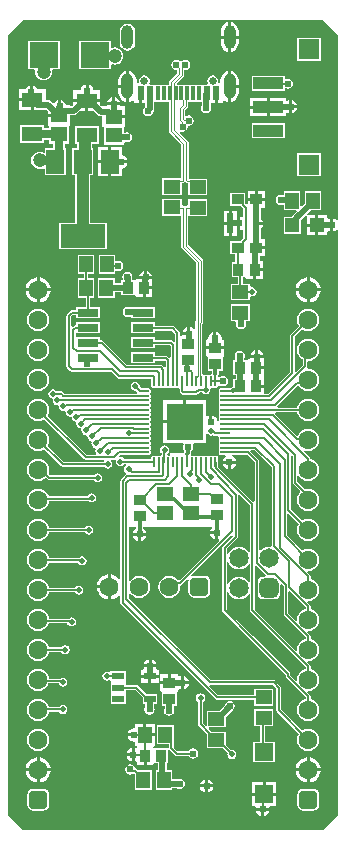
<source format=gtl>
G04*
G04 #@! TF.GenerationSoftware,Altium Limited,Altium Designer,21.8.1 (53)*
G04*
G04 Layer_Physical_Order=1*
G04 Layer_Color=255*
%FSLAX23Y23*%
%MOIN*%
G70*
G04*
G04 #@! TF.SameCoordinates,9A98099C-E915-48DC-B274-BBC1B63A1E23*
G04*
G04*
G04 #@! TF.FilePolarity,Positive*
G04*
G01*
G75*
%ADD11C,0.008*%
%ADD14C,0.005*%
%ADD15R,0.067X0.067*%
%ADD16R,0.100X0.039*%
%ADD17R,0.070X0.028*%
%ADD18R,0.071X0.051*%
%ADD19R,0.045X0.053*%
%ADD20R,0.047X0.047*%
%ADD21R,0.053X0.045*%
%ADD22R,0.063X0.059*%
%ADD23R,0.024X0.045*%
%ADD24R,0.012X0.045*%
G04:AMPARAMS|DCode=25|XSize=8mil|YSize=33mil|CornerRadius=1mil|HoleSize=0mil|Usage=FLASHONLY|Rotation=0.000|XOffset=0mil|YOffset=0mil|HoleType=Round|Shape=RoundedRectangle|*
%AMROUNDEDRECTD25*
21,1,0.008,0.031,0,0,0.0*
21,1,0.006,0.033,0,0,0.0*
1,1,0.002,0.003,-0.016*
1,1,0.002,-0.003,-0.016*
1,1,0.002,-0.003,0.016*
1,1,0.002,0.003,0.016*
%
%ADD25ROUNDEDRECTD25*%
G04:AMPARAMS|DCode=26|XSize=33mil|YSize=8mil|CornerRadius=1mil|HoleSize=0mil|Usage=FLASHONLY|Rotation=0.000|XOffset=0mil|YOffset=0mil|HoleType=Round|Shape=RoundedRectangle|*
%AMROUNDEDRECTD26*
21,1,0.033,0.006,0,0,0.0*
21,1,0.031,0.008,0,0,0.0*
1,1,0.002,0.016,-0.003*
1,1,0.002,-0.016,-0.003*
1,1,0.002,-0.016,0.003*
1,1,0.002,0.016,0.003*
%
%ADD26ROUNDEDRECTD26*%
%ADD28R,0.035X0.039*%
%ADD29R,0.039X0.035*%
%ADD30R,0.022X0.067*%
%ADD31R,0.039X0.035*%
%ADD32R,0.039X0.024*%
%ADD33R,0.096X0.085*%
%ADD34R,0.059X0.079*%
%ADD35R,0.150X0.079*%
%ADD36R,0.055X0.051*%
%ADD37R,0.055X0.047*%
%ADD71R,0.122X0.122*%
%ADD72C,0.012*%
%ADD73C,0.028*%
%ADD74C,0.012*%
%ADD75C,0.020*%
%ADD76C,0.004*%
%ADD77C,0.039*%
%ADD78C,0.063*%
G04:AMPARAMS|DCode=79|XSize=63mil|YSize=63mil|CornerRadius=16mil|HoleSize=0mil|Usage=FLASHONLY|Rotation=90.000|XOffset=0mil|YOffset=0mil|HoleType=Round|Shape=RoundedRectangle|*
%AMROUNDEDRECTD79*
21,1,0.063,0.031,0,0,90.0*
21,1,0.031,0.063,0,0,90.0*
1,1,0.031,0.016,0.016*
1,1,0.031,0.016,-0.016*
1,1,0.031,-0.016,-0.016*
1,1,0.031,-0.016,0.016*
%
%ADD79ROUNDEDRECTD79*%
G04:AMPARAMS|DCode=80|XSize=63mil|YSize=63mil|CornerRadius=16mil|HoleSize=0mil|Usage=FLASHONLY|Rotation=180.000|XOffset=0mil|YOffset=0mil|HoleType=Round|Shape=RoundedRectangle|*
%AMROUNDEDRECTD80*
21,1,0.063,0.031,0,0,180.0*
21,1,0.031,0.063,0,0,180.0*
1,1,0.031,-0.016,0.016*
1,1,0.031,0.016,0.016*
1,1,0.031,0.016,-0.016*
1,1,0.031,-0.016,-0.016*
%
%ADD80ROUNDEDRECTD80*%
G04:AMPARAMS|DCode=81|XSize=65mil|YSize=65mil|CornerRadius=16mil|HoleSize=0mil|Usage=FLASHONLY|Rotation=90.000|XOffset=0mil|YOffset=0mil|HoleType=Round|Shape=RoundedRectangle|*
%AMROUNDEDRECTD81*
21,1,0.065,0.032,0,0,90.0*
21,1,0.032,0.065,0,0,90.0*
1,1,0.032,0.016,0.016*
1,1,0.032,0.016,-0.016*
1,1,0.032,-0.016,-0.016*
1,1,0.032,-0.016,0.016*
%
%ADD81ROUNDEDRECTD81*%
%ADD82C,0.065*%
%ADD83O,0.039X0.079*%
%ADD84O,0.041X0.083*%
%ADD85C,0.026*%
%ADD86C,0.024*%
%ADD87C,0.020*%
%ADD88C,0.047*%
G36*
X1100Y-50D02*
Y-667D01*
X1095Y-669D01*
X1095Y-668D01*
X1088Y-663D01*
X1084Y-663D01*
Y-684D01*
Y-705D01*
X1088Y-705D01*
X1095Y-700D01*
X1095Y-699D01*
X1100Y-701D01*
Y-2650D01*
X1050Y-2700D01*
X50D01*
X0Y-2650D01*
Y-50D01*
X50Y0D01*
X1050D01*
X1100Y-50D01*
D02*
G37*
%LPC*%
G36*
X743Y-9D02*
Y-53D01*
X768D01*
Y-38D01*
X767Y-30D01*
X764Y-23D01*
X759Y-17D01*
X753Y-12D01*
X745Y-9D01*
X743Y-9D01*
D02*
G37*
G36*
X733Y-9D02*
X730Y-9D01*
X723Y-12D01*
X716Y-17D01*
X712Y-23D01*
X709Y-30D01*
X708Y-38D01*
Y-53D01*
X733D01*
Y-9D01*
D02*
G37*
G36*
X397Y-13D02*
X388Y-15D01*
X380Y-20D01*
X374Y-28D01*
X372Y-38D01*
Y-77D01*
X374Y-87D01*
X380Y-95D01*
X388Y-101D01*
X397Y-103D01*
X407Y-101D01*
X415Y-95D01*
X421Y-87D01*
X423Y-77D01*
Y-38D01*
X421Y-28D01*
X415Y-20D01*
X407Y-15D01*
X397Y-13D01*
D02*
G37*
G36*
X733Y-63D02*
X708D01*
Y-77D01*
X709Y-85D01*
X712Y-92D01*
X716Y-99D01*
X723Y-103D01*
X730Y-106D01*
X733Y-107D01*
Y-63D01*
D02*
G37*
G36*
X768D02*
X743D01*
Y-107D01*
X745Y-106D01*
X753Y-103D01*
X759Y-99D01*
X764Y-92D01*
X767Y-85D01*
X768Y-77D01*
Y-63D01*
D02*
G37*
G36*
X1041Y-60D02*
X964D01*
Y-137D01*
X1041D01*
Y-60D01*
D02*
G37*
G36*
X589Y-133D02*
X582Y-134D01*
X578Y-137D01*
X575Y-138D01*
X571Y-137D01*
X567Y-134D01*
X560Y-133D01*
X554Y-134D01*
X548Y-138D01*
X545Y-143D01*
X543Y-150D01*
X545Y-157D01*
X548Y-162D01*
X554Y-166D01*
X560Y-167D01*
X563Y-169D01*
Y-178D01*
X538Y-202D01*
X536Y-205D01*
X536Y-208D01*
Y-217D01*
X471D01*
X469Y-212D01*
X471Y-210D01*
X472Y-203D01*
X471Y-196D01*
X467Y-190D01*
X461Y-186D01*
X454Y-185D01*
X447Y-186D01*
X441Y-190D01*
X437Y-196D01*
X436Y-203D01*
X437Y-207D01*
X433Y-212D01*
X428D01*
Y-202D01*
X427Y-194D01*
X424Y-186D01*
X419Y-180D01*
X413Y-175D01*
X405Y-172D01*
X402Y-171D01*
Y-222D01*
Y-273D01*
X405Y-273D01*
X413Y-270D01*
X415Y-268D01*
X420Y-271D01*
Y-278D01*
X437D01*
Y-245D01*
X447D01*
Y-278D01*
X456D01*
Y-291D01*
X453Y-293D01*
X449Y-299D01*
X448Y-305D01*
X449Y-312D01*
X453Y-317D01*
X459Y-321D01*
X465Y-322D01*
X472Y-321D01*
X477Y-317D01*
X481Y-312D01*
X481Y-310D01*
X482Y-310D01*
X485Y-305D01*
X486Y-299D01*
Y-273D01*
X536D01*
Y-372D01*
X536Y-374D01*
X538Y-377D01*
X577Y-416D01*
Y-528D01*
X514D01*
Y-584D01*
X578D01*
Y-544D01*
X582D01*
X584Y-544D01*
X587Y-542D01*
X589Y-540D01*
X591Y-542D01*
X593Y-544D01*
X596Y-544D01*
X599D01*
Y-585D01*
X663D01*
Y-530D01*
X611D01*
X611Y-530D01*
X601D01*
Y-409D01*
X601Y-409D01*
X600Y-406D01*
X599Y-404D01*
X599Y-404D01*
X571Y-376D01*
X574Y-372D01*
X581Y-373D01*
X587Y-372D01*
X593Y-368D01*
X597Y-363D01*
X598Y-358D01*
X600Y-355D01*
X602Y-353D01*
X608Y-352D01*
X613Y-348D01*
X617Y-343D01*
X618Y-336D01*
X617Y-329D01*
X613Y-324D01*
X608Y-320D01*
X601Y-319D01*
X595Y-320D01*
X594Y-320D01*
X590Y-318D01*
Y-300D01*
X597Y-293D01*
X599Y-291D01*
X599Y-288D01*
Y-273D01*
X645D01*
Y-286D01*
X643Y-288D01*
X642Y-295D01*
X643Y-302D01*
X647Y-307D01*
X652Y-311D01*
X659Y-312D01*
X666Y-311D01*
X671Y-307D01*
X675Y-302D01*
X676Y-295D01*
X675Y-290D01*
Y-278D01*
X689D01*
Y-245D01*
X699D01*
Y-278D01*
X715D01*
Y-271D01*
X720Y-268D01*
X722Y-270D01*
X730Y-273D01*
X733Y-273D01*
Y-222D01*
Y-171D01*
X730Y-172D01*
X722Y-175D01*
X716Y-180D01*
X711Y-186D01*
X708Y-194D01*
X707Y-202D01*
Y-212D01*
X702D01*
X699Y-207D01*
X699Y-203D01*
X698Y-196D01*
X694Y-190D01*
X688Y-186D01*
X681Y-185D01*
X674Y-186D01*
X668Y-190D01*
X665Y-196D01*
X663Y-203D01*
X665Y-210D01*
X666Y-212D01*
X664Y-217D01*
X564D01*
X562Y-212D01*
X585Y-190D01*
X586Y-187D01*
X587Y-185D01*
Y-169D01*
X589Y-167D01*
X596Y-166D01*
X601Y-162D01*
X605Y-157D01*
X606Y-150D01*
X605Y-143D01*
X601Y-138D01*
X596Y-134D01*
X589Y-133D01*
D02*
G37*
G36*
X342Y-70D02*
X235D01*
Y-164D01*
X342D01*
Y-151D01*
X346Y-148D01*
X348Y-149D01*
X355Y-150D01*
X362Y-149D01*
X369Y-146D01*
X375Y-141D01*
X380Y-135D01*
X383Y-128D01*
X384Y-121D01*
X383Y-114D01*
X380Y-107D01*
X375Y-101D01*
X369Y-96D01*
X362Y-93D01*
X355Y-92D01*
X348Y-93D01*
X346Y-94D01*
X342Y-91D01*
Y-70D01*
D02*
G37*
G36*
X173D02*
X66D01*
Y-164D01*
X85D01*
X90Y-169D01*
X89Y-173D01*
X90Y-180D01*
X93Y-187D01*
X98Y-193D01*
X104Y-198D01*
X111Y-201D01*
X118Y-202D01*
X125Y-201D01*
X132Y-198D01*
X138Y-193D01*
X143Y-187D01*
X146Y-180D01*
X147Y-173D01*
X146Y-169D01*
X151Y-164D01*
X173D01*
Y-70D01*
D02*
G37*
G36*
X743Y-171D02*
Y-217D01*
X769D01*
Y-202D01*
X767Y-194D01*
X764Y-186D01*
X759Y-180D01*
X753Y-175D01*
X746Y-172D01*
X743Y-171D01*
D02*
G37*
G36*
X392D02*
X389Y-172D01*
X382Y-175D01*
X376Y-180D01*
X371Y-186D01*
X368Y-194D01*
X367Y-202D01*
Y-217D01*
X392D01*
Y-171D01*
D02*
G37*
G36*
X921Y-188D02*
X811D01*
Y-237D01*
X921D01*
Y-231D01*
X924Y-229D01*
X926Y-229D01*
X932Y-230D01*
X939Y-229D01*
X944Y-225D01*
X948Y-220D01*
X949Y-213D01*
X948Y-206D01*
X944Y-201D01*
X939Y-197D01*
X932Y-196D01*
X926Y-197D01*
X924Y-197D01*
X921Y-195D01*
Y-188D01*
D02*
G37*
G36*
X268Y-217D02*
Y-238D01*
X258D01*
Y-217D01*
X254Y-217D01*
X247Y-222D01*
X242Y-229D01*
X242Y-234D01*
X216D01*
Y-265D01*
X306D01*
Y-234D01*
X284D01*
X284Y-229D01*
X279Y-222D01*
X272Y-217D01*
X268Y-217D01*
D02*
G37*
G36*
X82Y-220D02*
Y-241D01*
X72D01*
Y-220D01*
X68Y-220D01*
X61Y-225D01*
X57Y-231D01*
X35D01*
Y-262D01*
X80D01*
Y-267D01*
X85D01*
Y-302D01*
X125D01*
Y-302D01*
X128Y-301D01*
X131Y-305D01*
Y-314D01*
X169D01*
Y-324D01*
X131D01*
Y-355D01*
X136D01*
Y-362D01*
X120D01*
Y-350D01*
X40D01*
Y-412D01*
X120D01*
Y-401D01*
X136D01*
Y-413D01*
X150D01*
Y-429D01*
X123D01*
Y-441D01*
X118Y-443D01*
X112Y-441D01*
X105Y-440D01*
X98Y-441D01*
X91Y-444D01*
X85Y-449D01*
X80Y-455D01*
X77Y-462D01*
X76Y-469D01*
X77Y-476D01*
X80Y-483D01*
X85Y-489D01*
X91Y-494D01*
X98Y-497D01*
X105Y-498D01*
X112Y-497D01*
X118Y-495D01*
X123Y-497D01*
Y-517D01*
X192D01*
Y-429D01*
X188D01*
Y-413D01*
X202D01*
Y-355D01*
X207D01*
Y-318D01*
X218D01*
X218Y-318D01*
X224Y-317D01*
X228Y-314D01*
X237Y-305D01*
X256D01*
Y-275D01*
X216D01*
Y-284D01*
X212Y-288D01*
X207Y-288D01*
Y-283D01*
X192D01*
X192Y-280D01*
X187Y-273D01*
X180Y-268D01*
X176Y-268D01*
Y-289D01*
X166D01*
Y-268D01*
X162Y-268D01*
X155Y-273D01*
X153Y-277D01*
X147Y-277D01*
X141Y-272D01*
X136Y-269D01*
X131Y-267D01*
X131Y-267D01*
X125D01*
Y-231D01*
X97D01*
X93Y-225D01*
X86Y-220D01*
X82Y-220D01*
D02*
G37*
G36*
X769Y-227D02*
X743D01*
Y-273D01*
X746Y-273D01*
X753Y-270D01*
X759Y-265D01*
X764Y-258D01*
X767Y-251D01*
X769Y-243D01*
Y-227D01*
D02*
G37*
G36*
X392D02*
X367D01*
Y-243D01*
X368Y-251D01*
X371Y-258D01*
X376Y-265D01*
X382Y-270D01*
X389Y-273D01*
X392Y-273D01*
Y-227D01*
D02*
G37*
G36*
X356Y-259D02*
Y-275D01*
X372D01*
X372Y-271D01*
X367Y-264D01*
X360Y-259D01*
X356Y-259D01*
D02*
G37*
G36*
X346D02*
X342Y-259D01*
X335Y-264D01*
X330Y-271D01*
X330Y-275D01*
X346D01*
Y-259D01*
D02*
G37*
G36*
X946Y-269D02*
Y-285D01*
X962D01*
X962Y-281D01*
X957Y-274D01*
X950Y-269D01*
X946Y-269D01*
D02*
G37*
G36*
X861Y-261D02*
X806D01*
Y-286D01*
X861D01*
Y-261D01*
D02*
G37*
G36*
X75Y-272D02*
X35D01*
Y-302D01*
X75D01*
Y-272D01*
D02*
G37*
G36*
X962Y-295D02*
X946D01*
Y-311D01*
X950Y-311D01*
X957Y-306D01*
X962Y-299D01*
X962Y-295D01*
D02*
G37*
G36*
X926Y-261D02*
X871D01*
Y-291D01*
X866D01*
D01*
X871D01*
Y-321D01*
X926D01*
Y-312D01*
X930Y-309D01*
X932Y-311D01*
X936Y-311D01*
Y-290D01*
Y-269D01*
X932Y-269D01*
X930Y-271D01*
X926Y-268D01*
Y-261D01*
D02*
G37*
G36*
X861Y-296D02*
X806D01*
Y-321D01*
X861D01*
Y-296D01*
D02*
G37*
G36*
X921Y-345D02*
X811D01*
Y-394D01*
X921D01*
Y-345D01*
D02*
G37*
G36*
X306Y-275D02*
X266D01*
Y-305D01*
X285D01*
X297Y-317D01*
X302Y-321D01*
X308Y-322D01*
X308Y-322D01*
X314D01*
Y-358D01*
X319D01*
Y-416D01*
X385D01*
Y-411D01*
X386Y-410D01*
X390Y-408D01*
X395Y-409D01*
X402Y-408D01*
X407Y-404D01*
X411Y-399D01*
X412Y-392D01*
X411Y-385D01*
X407Y-380D01*
X402Y-376D01*
X395Y-375D01*
X390Y-376D01*
X385Y-373D01*
Y-358D01*
X390D01*
Y-328D01*
X352D01*
Y-318D01*
X390D01*
Y-287D01*
X376D01*
X374Y-285D01*
X328D01*
X326Y-287D01*
X314D01*
Y-287D01*
X310Y-287D01*
X306Y-283D01*
Y-275D01*
D02*
G37*
G36*
X334Y-424D02*
X299D01*
Y-468D01*
X334D01*
Y-424D01*
D02*
G37*
G36*
X378D02*
X344D01*
Y-473D01*
Y-522D01*
X378D01*
Y-496D01*
X385Y-495D01*
X392Y-490D01*
X397Y-483D01*
X397Y-479D01*
X376D01*
Y-469D01*
X397D01*
X397Y-465D01*
X392Y-458D01*
X385Y-453D01*
X378Y-452D01*
Y-424D01*
D02*
G37*
G36*
X334Y-478D02*
X299D01*
Y-522D01*
X334D01*
Y-478D01*
D02*
G37*
G36*
X1041Y-445D02*
X964D01*
Y-522D01*
X1041D01*
Y-445D01*
D02*
G37*
G36*
X857Y-571D02*
X832D01*
Y-593D01*
X857D01*
Y-571D01*
D02*
G37*
G36*
X822D02*
X798D01*
Y-593D01*
X822D01*
Y-571D01*
D02*
G37*
G36*
X1043Y-571D02*
X988D01*
Y-613D01*
X979Y-622D01*
X974Y-620D01*
Y-571D01*
X919D01*
Y-581D01*
X915Y-584D01*
X914Y-584D01*
X908Y-583D01*
X901Y-584D01*
X896Y-588D01*
X892Y-593D01*
X891Y-600D01*
X892Y-607D01*
X896Y-612D01*
X901Y-616D01*
X908Y-617D01*
X914Y-616D01*
X919Y-616D01*
Y-635D01*
X960D01*
X962Y-639D01*
X950Y-651D01*
X946Y-656D01*
X946Y-656D01*
X918D01*
Y-714D01*
X975D01*
Y-673D01*
X976Y-671D01*
X976Y-671D01*
Y-668D01*
X991Y-653D01*
X996Y-655D01*
Y-680D01*
X1024D01*
Y-651D01*
X999D01*
X997Y-646D01*
X1009Y-635D01*
X1043D01*
Y-571D01*
D02*
G37*
G36*
X789Y-576D02*
X740D01*
Y-621D01*
X776D01*
X784Y-629D01*
Y-658D01*
X780Y-660D01*
X778Y-658D01*
X774Y-658D01*
Y-679D01*
Y-700D01*
X778Y-700D01*
X780Y-698D01*
X784Y-700D01*
Y-729D01*
X776Y-737D01*
X740D01*
Y-782D01*
X757D01*
Y-809D01*
X745D01*
Y-859D01*
X766D01*
Y-880D01*
X742D01*
Y-935D01*
X806D01*
Y-925D01*
X811Y-922D01*
X813Y-922D01*
X819Y-921D01*
X824Y-918D01*
X827Y-913D01*
X828Y-907D01*
X827Y-901D01*
X824Y-896D01*
X819Y-893D01*
X813Y-892D01*
X811Y-892D01*
X806Y-889D01*
Y-880D01*
X782D01*
Y-859D01*
X790D01*
X793Y-863D01*
Y-864D01*
X816D01*
Y-834D01*
X821D01*
Y-829D01*
X848D01*
Y-804D01*
X839D01*
Y-787D01*
X857D01*
Y-765D01*
X827D01*
Y-755D01*
X857D01*
Y-732D01*
X843D01*
Y-695D01*
X843Y-695D01*
X848Y-688D01*
X849Y-684D01*
X827D01*
Y-674D01*
X849D01*
X848Y-670D01*
X843Y-663D01*
X843Y-663D01*
Y-626D01*
X857D01*
Y-603D01*
X827D01*
X798D01*
Y-614D01*
X793Y-616D01*
X789Y-612D01*
Y-576D01*
D02*
G37*
G36*
X735Y-636D02*
X719D01*
Y-674D01*
X735D01*
Y-636D01*
D02*
G37*
G36*
X1063Y-651D02*
X1034D01*
Y-685D01*
Y-719D01*
X1063D01*
Y-706D01*
X1068Y-703D01*
X1070Y-705D01*
X1074Y-705D01*
Y-684D01*
Y-663D01*
X1070Y-663D01*
X1068Y-665D01*
X1063Y-662D01*
Y-651D01*
D02*
G37*
G36*
X1024Y-690D02*
X996D01*
Y-719D01*
X1024D01*
Y-690D01*
D02*
G37*
G36*
X761Y-636D02*
X745D01*
Y-679D01*
Y-722D01*
X761D01*
Y-704D01*
X764Y-701D01*
Y-679D01*
Y-657D01*
X761Y-654D01*
Y-636D01*
D02*
G37*
G36*
X735Y-684D02*
X719D01*
Y-722D01*
X735D01*
Y-684D01*
D02*
G37*
G36*
X301Y-353D02*
X221D01*
Y-415D01*
X229D01*
Y-429D01*
X213D01*
Y-517D01*
X224D01*
Y-543D01*
X223Y-548D01*
Y-648D01*
Y-677D01*
X168D01*
Y-765D01*
X328D01*
Y-677D01*
X273D01*
Y-648D01*
Y-552D01*
X274Y-547D01*
Y-517D01*
X283D01*
Y-429D01*
X280D01*
Y-415D01*
X301D01*
Y-353D01*
D02*
G37*
G36*
X356Y-783D02*
X301D01*
Y-847D01*
X356D01*
Y-838D01*
X359Y-837D01*
X361Y-836D01*
X367Y-837D01*
X374Y-836D01*
X379Y-832D01*
X383Y-827D01*
X384Y-820D01*
X383Y-813D01*
X379Y-808D01*
X374Y-804D01*
X367Y-803D01*
X361Y-804D01*
X359Y-803D01*
X356Y-802D01*
Y-783D01*
D02*
G37*
G36*
X463Y-838D02*
Y-854D01*
X479D01*
X479Y-850D01*
X474Y-843D01*
X467Y-838D01*
X463Y-838D01*
D02*
G37*
G36*
X453D02*
X449Y-838D01*
X442Y-843D01*
X437Y-850D01*
X437Y-854D01*
X453D01*
Y-838D01*
D02*
G37*
G36*
X848Y-839D02*
X826D01*
Y-864D01*
X848D01*
Y-839D01*
D02*
G37*
G36*
X397Y-840D02*
X390Y-841D01*
X385Y-845D01*
X381Y-850D01*
X380Y-857D01*
X381Y-864D01*
X382Y-864D01*
X380Y-869D01*
X377D01*
Y-879D01*
X355D01*
Y-862D01*
X300D01*
Y-926D01*
X355D01*
Y-909D01*
X377D01*
Y-919D01*
X420D01*
X422Y-919D01*
X425Y-923D01*
Y-924D01*
X448D01*
Y-894D01*
X453D01*
Y-889D01*
X480D01*
Y-864D01*
X480D01*
X480Y-864D01*
X433D01*
X433Y-864D01*
X425D01*
Y-865D01*
X422Y-869D01*
X420Y-869D01*
X413D01*
Y-863D01*
X414Y-857D01*
X413Y-850D01*
X409Y-845D01*
X404Y-841D01*
X397Y-840D01*
D02*
G37*
G36*
X1005Y-859D02*
Y-895D01*
X1041D01*
X1040Y-889D01*
X1036Y-879D01*
X1030Y-870D01*
X1021Y-864D01*
X1011Y-860D01*
X1005Y-859D01*
D02*
G37*
G36*
X105D02*
Y-895D01*
X141D01*
X140Y-889D01*
X136Y-879D01*
X130Y-870D01*
X121Y-864D01*
X111Y-860D01*
X105Y-859D01*
D02*
G37*
G36*
X995Y-859D02*
X989Y-860D01*
X979Y-864D01*
X970Y-870D01*
X964Y-879D01*
X960Y-889D01*
X959Y-895D01*
X995D01*
Y-859D01*
D02*
G37*
G36*
X95D02*
X89Y-860D01*
X79Y-864D01*
X70Y-870D01*
X64Y-879D01*
X60Y-889D01*
X59Y-895D01*
X95D01*
Y-859D01*
D02*
G37*
G36*
X480Y-899D02*
X458D01*
Y-924D01*
X480D01*
Y-899D01*
D02*
G37*
G36*
X1041Y-905D02*
X1005D01*
Y-941D01*
X1011Y-940D01*
X1021Y-936D01*
X1030Y-930D01*
X1036Y-921D01*
X1040Y-911D01*
X1041Y-905D01*
D02*
G37*
G36*
X141D02*
X105D01*
Y-941D01*
X111Y-940D01*
X121Y-936D01*
X130Y-930D01*
X136Y-921D01*
X140Y-911D01*
X141Y-905D01*
D02*
G37*
G36*
X995D02*
X959D01*
X960Y-911D01*
X964Y-921D01*
X970Y-930D01*
X979Y-936D01*
X989Y-940D01*
X995Y-941D01*
Y-905D01*
D02*
G37*
G36*
X95D02*
X59D01*
X60Y-911D01*
X64Y-921D01*
X70Y-930D01*
X79Y-936D01*
X89Y-940D01*
X95Y-941D01*
Y-905D01*
D02*
G37*
G36*
X410Y-957D02*
X405Y-959D01*
X405Y-958D01*
X398Y-957D01*
X391Y-958D01*
X386Y-962D01*
X382Y-967D01*
X381Y-974D01*
X382Y-981D01*
X386Y-986D01*
X391Y-990D01*
X398Y-991D01*
X404Y-990D01*
X410D01*
Y-995D01*
X490D01*
Y-957D01*
X410D01*
Y-957D01*
D02*
G37*
G36*
X578Y-597D02*
X514D01*
Y-653D01*
X576D01*
Y-757D01*
X577Y-760D01*
X578Y-762D01*
X626Y-810D01*
Y-1000D01*
X625Y-1001D01*
X624Y-1003D01*
X623Y-1006D01*
Y-1030D01*
X618Y-1031D01*
X618Y-1030D01*
X611Y-1025D01*
X607Y-1025D01*
Y-1046D01*
X602D01*
Y-1051D01*
X579D01*
X577Y-1053D01*
X572D01*
Y-1044D01*
X572Y-1044D01*
X571Y-1041D01*
X570Y-1039D01*
X554Y-1024D01*
X552Y-1022D01*
X549Y-1021D01*
X490D01*
Y-1007D01*
X410D01*
Y-1045D01*
X490D01*
Y-1037D01*
X546D01*
X557Y-1048D01*
Y-1073D01*
X552Y-1075D01*
X547Y-1071D01*
X545Y-1069D01*
X542Y-1068D01*
X490D01*
Y-1057D01*
X410D01*
Y-1095D01*
X490D01*
Y-1084D01*
X539D01*
X541Y-1086D01*
Y-1125D01*
X536Y-1127D01*
X532Y-1124D01*
X530Y-1122D01*
X527Y-1121D01*
X490D01*
Y-1107D01*
X410D01*
Y-1145D01*
X490D01*
Y-1137D01*
X524D01*
X525Y-1138D01*
Y-1156D01*
X520Y-1158D01*
X514Y-1153D01*
X512Y-1151D01*
X509Y-1150D01*
X396D01*
X316Y-1071D01*
X314Y-1069D01*
X311Y-1068D01*
X306D01*
Y-1057D01*
X226D01*
X225Y-1052D01*
Y-1050D01*
X226Y-1045D01*
X306D01*
Y-1007D01*
X226D01*
Y-1018D01*
X224D01*
X221Y-1019D01*
X219Y-1021D01*
X215Y-1025D01*
X210Y-1022D01*
Y-989D01*
X215Y-984D01*
X226D01*
Y-995D01*
X306D01*
Y-957D01*
X274D01*
Y-926D01*
X286D01*
Y-862D01*
X267D01*
Y-847D01*
X287D01*
Y-783D01*
X232D01*
Y-847D01*
X252D01*
Y-862D01*
X231D01*
Y-926D01*
X258D01*
Y-957D01*
X226D01*
Y-968D01*
X212D01*
X209Y-969D01*
X207Y-971D01*
X207Y-971D01*
X197Y-981D01*
X195Y-983D01*
X194Y-986D01*
Y-1155D01*
X195Y-1158D01*
X197Y-1160D01*
X207Y-1171D01*
X209Y-1172D01*
X212Y-1173D01*
X344D01*
X365Y-1193D01*
X367Y-1195D01*
X370Y-1196D01*
X476D01*
Y-1220D01*
X478Y-1225D01*
X483Y-1227D01*
X489D01*
X493Y-1225D01*
X494Y-1225D01*
X498Y-1227D01*
X504D01*
X509Y-1225D01*
X510Y-1225D01*
X514Y-1227D01*
X520D01*
X525Y-1225D01*
X525Y-1225D01*
X530Y-1227D01*
X536D01*
X540Y-1225D01*
X541Y-1225D01*
X546Y-1227D01*
X552D01*
X556Y-1225D01*
X557Y-1225D01*
X561Y-1227D01*
X567D01*
X567Y-1227D01*
X572Y-1230D01*
Y-1239D01*
X573Y-1242D01*
X575Y-1245D01*
X578Y-1248D01*
X580Y-1249D01*
X583Y-1250D01*
X626D01*
X629Y-1249D01*
X631Y-1248D01*
X638Y-1240D01*
X646D01*
X648Y-1243D01*
X653Y-1247D01*
X659Y-1248D01*
X665Y-1247D01*
X670Y-1243D01*
X673Y-1238D01*
X674Y-1233D01*
X674Y-1232D01*
X678Y-1227D01*
X682Y-1225D01*
X683Y-1225D01*
X687Y-1227D01*
X693D01*
X698Y-1225D01*
X700Y-1220D01*
Y-1220D01*
X701Y-1219D01*
X705Y-1218D01*
X709Y-1221D01*
X716Y-1222D01*
X723Y-1221D01*
X728Y-1217D01*
X732Y-1212D01*
X733Y-1205D01*
X732Y-1198D01*
X728Y-1193D01*
X723Y-1189D01*
X716Y-1188D01*
X709Y-1189D01*
X705Y-1192D01*
X701Y-1191D01*
X700Y-1190D01*
Y-1189D01*
X699Y-1188D01*
Y-1186D01*
X700Y-1185D01*
X701Y-1181D01*
Y-1170D01*
X715D01*
Y-1127D01*
X715Y-1124D01*
X719Y-1122D01*
X720D01*
Y-1099D01*
X660D01*
Y-1122D01*
X661D01*
X665Y-1124D01*
X665Y-1127D01*
Y-1170D01*
X679D01*
Y-1178D01*
X678Y-1181D01*
X674Y-1183D01*
X672D01*
X667Y-1185D01*
X666Y-1185D01*
X662Y-1183D01*
X656D01*
X652Y-1184D01*
X647Y-1182D01*
Y-1013D01*
X648Y-1012D01*
X650Y-1010D01*
X650Y-1007D01*
Y-803D01*
X650Y-803D01*
X650Y-800D01*
X648Y-798D01*
X648Y-798D01*
X600Y-750D01*
Y-654D01*
X663D01*
Y-599D01*
X599D01*
Y-619D01*
X595D01*
X593Y-620D01*
X590Y-621D01*
X588Y-623D01*
X586Y-621D01*
X584Y-620D01*
X581Y-619D01*
X578D01*
Y-597D01*
D02*
G37*
G36*
X806Y-949D02*
X742D01*
Y-1004D01*
X757D01*
X758Y-1006D01*
X759Y-1009D01*
X758Y-1015D01*
X759Y-1022D01*
X763Y-1027D01*
X768Y-1031D01*
X775Y-1032D01*
X782Y-1031D01*
X787Y-1027D01*
X791Y-1022D01*
X792Y-1015D01*
X791Y-1009D01*
X791Y-1008D01*
X794Y-1004D01*
X806D01*
Y-949D01*
D02*
G37*
G36*
X1000Y-963D02*
X990Y-964D01*
X982Y-968D01*
X974Y-974D01*
X968Y-982D01*
X964Y-990D01*
X963Y-1000D01*
X964Y-1010D01*
X968Y-1018D01*
X969Y-1020D01*
X942Y-1048D01*
X940Y-1050D01*
X939Y-1053D01*
Y-1173D01*
X866Y-1246D01*
X854D01*
Y-1226D01*
X826D01*
Y-1216D01*
X854D01*
Y-1195D01*
X854Y-1191D01*
X854Y-1191D01*
X853Y-1190D01*
X853D01*
Y-1165D01*
X826D01*
Y-1155D01*
X853D01*
Y-1130D01*
X853D01*
X851Y-1128D01*
X806D01*
X804Y-1130D01*
X798D01*
Y-1131D01*
X795Y-1135D01*
X787D01*
Y-1127D01*
X788Y-1127D01*
X789Y-1120D01*
X788Y-1113D01*
X784Y-1108D01*
X779Y-1104D01*
X772Y-1103D01*
X765Y-1104D01*
X760Y-1108D01*
X756Y-1113D01*
X755Y-1120D01*
X756Y-1127D01*
X757Y-1128D01*
Y-1135D01*
X750D01*
Y-1185D01*
X758D01*
Y-1196D01*
X750D01*
Y-1224D01*
X746Y-1225D01*
X742Y-1227D01*
X742Y-1227D01*
X741Y-1229D01*
X740D01*
X739Y-1228D01*
X708D01*
X703Y-1230D01*
X701Y-1235D01*
Y-1241D01*
X703Y-1245D01*
X703Y-1246D01*
X701Y-1250D01*
Y-1256D01*
X701Y-1257D01*
X703Y-1261D01*
X701Y-1266D01*
X701Y-1266D01*
Y-1272D01*
X703Y-1277D01*
X703Y-1277D01*
X701Y-1282D01*
Y-1288D01*
X703Y-1292D01*
X703Y-1293D01*
X701Y-1298D01*
Y-1304D01*
X701Y-1304D01*
X703Y-1309D01*
X701Y-1313D01*
X701Y-1313D01*
Y-1319D01*
X703Y-1324D01*
X703Y-1325D01*
X701Y-1329D01*
Y-1335D01*
X703Y-1338D01*
X702Y-1339D01*
X697Y-1338D01*
X696Y-1332D01*
X691Y-1325D01*
X684Y-1320D01*
X680Y-1320D01*
Y-1341D01*
X670D01*
Y-1320D01*
X666Y-1320D01*
X664Y-1322D01*
X659Y-1319D01*
Y-1269D01*
X593D01*
Y-1340D01*
X588D01*
Y-1345D01*
X517D01*
Y-1411D01*
X582D01*
X585Y-1415D01*
X584Y-1416D01*
X583Y-1423D01*
X584Y-1430D01*
X587Y-1433D01*
Y-1441D01*
X586Y-1442D01*
X585Y-1445D01*
X540D01*
Y-1450D01*
X536Y-1453D01*
X536Y-1453D01*
X533D01*
X529Y-1449D01*
X529Y-1447D01*
X532Y-1445D01*
X535Y-1440D01*
X536Y-1434D01*
X535Y-1428D01*
X532Y-1423D01*
X527Y-1420D01*
X521Y-1419D01*
X515Y-1420D01*
X510Y-1423D01*
X507Y-1428D01*
X506Y-1434D01*
X507Y-1440D01*
X510Y-1445D01*
X511Y-1445D01*
Y-1451D01*
X506Y-1454D01*
X505Y-1453D01*
X504Y-1453D01*
X498D01*
X494Y-1455D01*
X493Y-1455D01*
X489Y-1453D01*
X483D01*
X478Y-1455D01*
X476Y-1460D01*
Y-1465D01*
X387D01*
X385Y-1462D01*
X380Y-1459D01*
X374Y-1458D01*
X372Y-1458D01*
X370Y-1454D01*
X373Y-1450D01*
X433D01*
X437Y-1452D01*
X468D01*
X473Y-1450D01*
X475Y-1445D01*
Y-1439D01*
X473Y-1435D01*
X473Y-1434D01*
X475Y-1430D01*
Y-1424D01*
X475Y-1423D01*
X473Y-1419D01*
X475Y-1414D01*
X475Y-1414D01*
Y-1408D01*
X473Y-1403D01*
X473Y-1403D01*
X475Y-1398D01*
Y-1392D01*
X473Y-1388D01*
X473Y-1387D01*
X475Y-1382D01*
Y-1376D01*
X475Y-1376D01*
X473Y-1371D01*
X475Y-1367D01*
X475Y-1367D01*
Y-1361D01*
X473Y-1356D01*
X473Y-1355D01*
X475Y-1351D01*
Y-1345D01*
X473Y-1340D01*
X473Y-1340D01*
X475Y-1335D01*
Y-1329D01*
X473Y-1325D01*
X473Y-1324D01*
X475Y-1319D01*
Y-1313D01*
X475Y-1313D01*
X473Y-1309D01*
X475Y-1304D01*
X475Y-1304D01*
Y-1298D01*
X473Y-1293D01*
X473Y-1292D01*
X475Y-1288D01*
Y-1282D01*
X473Y-1277D01*
X473Y-1277D01*
X475Y-1272D01*
Y-1266D01*
X475Y-1266D01*
X473Y-1261D01*
X475Y-1257D01*
X475Y-1256D01*
Y-1250D01*
X473Y-1246D01*
X473Y-1245D01*
X475Y-1241D01*
Y-1235D01*
X473Y-1230D01*
X468Y-1228D01*
X444D01*
X438Y-1222D01*
X438Y-1221D01*
X437Y-1215D01*
X434Y-1210D01*
X429Y-1207D01*
X423Y-1206D01*
X417Y-1207D01*
X412Y-1210D01*
X409Y-1215D01*
X408Y-1221D01*
X409Y-1227D01*
X412Y-1232D01*
X417Y-1235D01*
X423Y-1236D01*
X425Y-1236D01*
X430Y-1241D01*
X430Y-1243D01*
X427Y-1246D01*
X188D01*
X183Y-1242D01*
X181Y-1240D01*
X178Y-1239D01*
X162D01*
X160Y-1236D01*
X155Y-1233D01*
X149Y-1232D01*
X143Y-1233D01*
X138Y-1236D01*
X135Y-1241D01*
X134Y-1247D01*
X135Y-1253D01*
X138Y-1258D01*
X143Y-1261D01*
X145Y-1261D01*
X149Y-1263D01*
X148Y-1267D01*
X148Y-1269D01*
X149Y-1275D01*
X152Y-1280D01*
X157Y-1283D01*
X163Y-1284D01*
X165Y-1284D01*
X169Y-1288D01*
X169Y-1289D01*
X170Y-1295D01*
X173Y-1300D01*
X178Y-1303D01*
X184Y-1304D01*
X187Y-1304D01*
X191Y-1308D01*
X191Y-1308D01*
X192Y-1314D01*
X195Y-1319D01*
X200Y-1322D01*
X206Y-1323D01*
X207Y-1323D01*
X212Y-1325D01*
X213Y-1331D01*
X216Y-1336D01*
X221Y-1339D01*
X224Y-1339D01*
X227Y-1341D01*
X227Y-1345D01*
X227Y-1347D01*
X228Y-1353D01*
X231Y-1358D01*
X236Y-1361D01*
X241Y-1362D01*
X242Y-1362D01*
X244Y-1367D01*
X244Y-1369D01*
X245Y-1375D01*
X248Y-1380D01*
X253Y-1383D01*
X259Y-1384D01*
X260Y-1384D01*
X264Y-1388D01*
X264Y-1389D01*
X265Y-1395D01*
X268Y-1400D01*
X273Y-1403D01*
X274Y-1403D01*
X278Y-1406D01*
X278Y-1409D01*
X277Y-1412D01*
X278Y-1418D01*
X281Y-1423D01*
X286Y-1426D01*
X288Y-1426D01*
X291Y-1431D01*
X290Y-1437D01*
X291Y-1443D01*
X293Y-1446D01*
X290Y-1451D01*
X262D01*
X131Y-1320D01*
X132Y-1318D01*
X136Y-1310D01*
X137Y-1300D01*
X136Y-1290D01*
X132Y-1282D01*
X126Y-1274D01*
X118Y-1268D01*
X110Y-1264D01*
X100Y-1263D01*
X90Y-1264D01*
X82Y-1268D01*
X74Y-1274D01*
X68Y-1282D01*
X64Y-1290D01*
X63Y-1300D01*
X64Y-1310D01*
X68Y-1318D01*
X74Y-1326D01*
X82Y-1332D01*
X90Y-1336D01*
X100Y-1337D01*
X110Y-1336D01*
X118Y-1332D01*
X120Y-1331D01*
X253Y-1464D01*
X255Y-1465D01*
X258Y-1466D01*
X318D01*
X320Y-1470D01*
X317Y-1474D01*
X185D01*
X131Y-1420D01*
X132Y-1418D01*
X136Y-1410D01*
X137Y-1400D01*
X136Y-1390D01*
X132Y-1382D01*
X126Y-1374D01*
X118Y-1368D01*
X110Y-1364D01*
X100Y-1363D01*
X90Y-1364D01*
X82Y-1368D01*
X74Y-1374D01*
X68Y-1382D01*
X64Y-1390D01*
X63Y-1400D01*
X64Y-1410D01*
X68Y-1418D01*
X74Y-1426D01*
X82Y-1432D01*
X90Y-1436D01*
X100Y-1437D01*
X110Y-1436D01*
X118Y-1432D01*
X120Y-1431D01*
X177Y-1487D01*
X179Y-1489D01*
X182Y-1490D01*
X319D01*
X320Y-1492D01*
X325Y-1495D01*
X331Y-1496D01*
X337Y-1495D01*
X342Y-1492D01*
X345Y-1487D01*
X346Y-1481D01*
X345Y-1475D01*
X342Y-1471D01*
X343Y-1468D01*
X344Y-1466D01*
X354D01*
X355Y-1466D01*
X359Y-1469D01*
X360Y-1470D01*
X359Y-1473D01*
X360Y-1479D01*
X363Y-1484D01*
X368Y-1487D01*
X374Y-1488D01*
X380Y-1487D01*
X385Y-1484D01*
X387Y-1481D01*
X391Y-1481D01*
X393Y-1486D01*
X390Y-1487D01*
X387Y-1492D01*
X386Y-1498D01*
X387Y-1504D01*
X390Y-1509D01*
X392Y-1510D01*
X392Y-1516D01*
X392Y-1516D01*
X392Y-1516D01*
X377Y-1531D01*
X375Y-1533D01*
X374Y-1536D01*
Y-1862D01*
X369Y-1864D01*
X367Y-1860D01*
X358Y-1854D01*
X348Y-1850D01*
X342Y-1849D01*
Y-1890D01*
Y-1931D01*
X348Y-1930D01*
X358Y-1926D01*
X367Y-1920D01*
X369Y-1916D01*
X374Y-1918D01*
Y-1944D01*
X375Y-1947D01*
X377Y-1949D01*
X377Y-1949D01*
X691Y-2263D01*
X693Y-2265D01*
X696Y-2266D01*
X820D01*
Y-2286D01*
X884D01*
Y-2230D01*
X820D01*
Y-2250D01*
X699D01*
X670Y-2221D01*
X672Y-2217D01*
X673Y-2217D01*
X882D01*
X894Y-2229D01*
Y-2302D01*
X895Y-2305D01*
X897Y-2307D01*
X969Y-2380D01*
X968Y-2382D01*
X964Y-2390D01*
X963Y-2400D01*
X964Y-2410D01*
X968Y-2418D01*
X974Y-2426D01*
X982Y-2432D01*
X990Y-2436D01*
X1000Y-2437D01*
X1010Y-2436D01*
X1018Y-2432D01*
X1026Y-2426D01*
X1032Y-2418D01*
X1036Y-2410D01*
X1037Y-2400D01*
X1036Y-2390D01*
X1032Y-2382D01*
X1026Y-2374D01*
X1018Y-2368D01*
X1010Y-2364D01*
X1000Y-2363D01*
X990Y-2364D01*
X982Y-2368D01*
X980Y-2369D01*
X910Y-2299D01*
Y-2226D01*
X909Y-2223D01*
X907Y-2221D01*
X890Y-2204D01*
X888Y-2202D01*
X885Y-2201D01*
X676D01*
X402Y-1927D01*
Y-1912D01*
X407Y-1910D01*
X411Y-1916D01*
X419Y-1922D01*
X427Y-1926D01*
X437Y-1927D01*
X447Y-1926D01*
X455Y-1922D01*
X463Y-1916D01*
X469Y-1908D01*
X473Y-1900D01*
X474Y-1890D01*
X473Y-1880D01*
X469Y-1872D01*
X463Y-1864D01*
X455Y-1858D01*
X447Y-1854D01*
X437Y-1853D01*
X427Y-1854D01*
X419Y-1858D01*
X411Y-1864D01*
X407Y-1870D01*
X402Y-1868D01*
Y-1690D01*
X427D01*
Y-1696D01*
X422Y-1699D01*
X417Y-1706D01*
X417Y-1710D01*
X459D01*
X459Y-1706D01*
X454Y-1699D01*
X449Y-1696D01*
Y-1690D01*
X677D01*
X678Y-1692D01*
X679Y-1695D01*
X674Y-1701D01*
X674Y-1705D01*
X695D01*
Y-1710D01*
X700D01*
Y-1731D01*
X701Y-1731D01*
X704Y-1736D01*
X571Y-1868D01*
X566Y-1868D01*
X563Y-1864D01*
X555Y-1858D01*
X547Y-1854D01*
X537Y-1853D01*
X527Y-1854D01*
X519Y-1858D01*
X511Y-1864D01*
X505Y-1872D01*
X501Y-1880D01*
X500Y-1890D01*
X501Y-1900D01*
X505Y-1908D01*
X511Y-1916D01*
X519Y-1922D01*
X527Y-1926D01*
X537Y-1927D01*
X547Y-1926D01*
X555Y-1922D01*
X563Y-1916D01*
X569Y-1908D01*
X573Y-1900D01*
X574Y-1890D01*
X573Y-1886D01*
X574Y-1886D01*
X577Y-1884D01*
X598Y-1863D01*
X602Y-1866D01*
X600Y-1874D01*
Y-1906D01*
X602Y-1914D01*
X606Y-1921D01*
X613Y-1925D01*
X621Y-1927D01*
X653D01*
X661Y-1925D01*
X668Y-1921D01*
X672Y-1914D01*
X674Y-1906D01*
Y-1874D01*
X672Y-1866D01*
X668Y-1859D01*
X661Y-1855D01*
X653Y-1853D01*
X621D01*
X613Y-1855D01*
X610Y-1851D01*
X743Y-1718D01*
X748Y-1720D01*
X749Y-1722D01*
X716Y-1755D01*
X714Y-1757D01*
X713Y-1760D01*
Y-1969D01*
X714Y-1972D01*
X716Y-1974D01*
X804Y-2062D01*
X804Y-2062D01*
X805Y-2064D01*
X805Y-2064D01*
X805Y-2064D01*
X925Y-2183D01*
Y-2187D01*
X925Y-2190D01*
X927Y-2193D01*
X992Y-2258D01*
Y-2264D01*
X990Y-2264D01*
X982Y-2268D01*
X974Y-2274D01*
X968Y-2282D01*
X964Y-2290D01*
X963Y-2300D01*
X964Y-2310D01*
X968Y-2318D01*
X974Y-2326D01*
X982Y-2332D01*
X990Y-2336D01*
X1000Y-2337D01*
X1010Y-2336D01*
X1018Y-2332D01*
X1026Y-2326D01*
X1032Y-2318D01*
X1036Y-2310D01*
X1037Y-2300D01*
X1036Y-2290D01*
X1032Y-2282D01*
X1026Y-2274D01*
X1018Y-2268D01*
X1010Y-2264D01*
X1008Y-2264D01*
Y-2255D01*
X1008Y-2255D01*
X1007Y-2252D01*
X1005Y-2250D01*
X997Y-2241D01*
X999Y-2237D01*
X1000Y-2237D01*
X1010Y-2236D01*
X1018Y-2232D01*
X1026Y-2226D01*
X1032Y-2218D01*
X1036Y-2210D01*
X1037Y-2200D01*
X1036Y-2190D01*
X1032Y-2182D01*
X1026Y-2174D01*
X1018Y-2168D01*
X1010Y-2164D01*
X1008Y-2164D01*
Y-2155D01*
X1008Y-2155D01*
X1007Y-2152D01*
X1005Y-2150D01*
X997Y-2141D01*
X999Y-2137D01*
X1000Y-2137D01*
X1010Y-2136D01*
X1018Y-2132D01*
X1026Y-2126D01*
X1032Y-2118D01*
X1036Y-2110D01*
X1037Y-2100D01*
X1036Y-2090D01*
X1032Y-2082D01*
X1026Y-2074D01*
X1018Y-2068D01*
X1010Y-2064D01*
X1008Y-2064D01*
Y-2055D01*
X1007Y-2052D01*
X1005Y-2050D01*
X997Y-2041D01*
X999Y-2037D01*
X1000Y-2037D01*
X1010Y-2036D01*
X1018Y-2032D01*
X1026Y-2026D01*
X1032Y-2018D01*
X1036Y-2010D01*
X1037Y-2000D01*
X1036Y-1990D01*
X1032Y-1982D01*
X1026Y-1974D01*
X1018Y-1968D01*
X1010Y-1964D01*
X1008Y-1964D01*
Y-1955D01*
X1008Y-1955D01*
X1007Y-1952D01*
X1005Y-1950D01*
X1005Y-1950D01*
X997Y-1941D01*
X999Y-1937D01*
X1000Y-1937D01*
X1010Y-1936D01*
X1018Y-1932D01*
X1026Y-1926D01*
X1032Y-1918D01*
X1036Y-1910D01*
X1037Y-1900D01*
X1036Y-1890D01*
X1032Y-1882D01*
X1026Y-1874D01*
X1018Y-1868D01*
X1010Y-1864D01*
X1008Y-1864D01*
Y-1855D01*
X1007Y-1852D01*
X1005Y-1850D01*
X997Y-1841D01*
X999Y-1837D01*
X1000Y-1837D01*
X1010Y-1836D01*
X1018Y-1832D01*
X1026Y-1826D01*
X1032Y-1818D01*
X1036Y-1810D01*
X1037Y-1800D01*
X1036Y-1790D01*
X1032Y-1782D01*
X1026Y-1774D01*
X1018Y-1768D01*
X1010Y-1764D01*
X1000Y-1763D01*
X990Y-1764D01*
X982Y-1768D01*
X980Y-1769D01*
X930Y-1719D01*
Y-1647D01*
X934Y-1645D01*
X969Y-1680D01*
X968Y-1682D01*
X964Y-1690D01*
X963Y-1700D01*
X964Y-1710D01*
X968Y-1718D01*
X974Y-1726D01*
X982Y-1732D01*
X990Y-1736D01*
X1000Y-1737D01*
X1010Y-1736D01*
X1018Y-1732D01*
X1026Y-1726D01*
X1032Y-1718D01*
X1036Y-1710D01*
X1037Y-1700D01*
X1036Y-1690D01*
X1032Y-1682D01*
X1026Y-1674D01*
X1018Y-1668D01*
X1010Y-1664D01*
X1000Y-1663D01*
X990Y-1664D01*
X982Y-1668D01*
X980Y-1669D01*
X941Y-1630D01*
Y-1454D01*
X945Y-1452D01*
X948Y-1454D01*
Y-1543D01*
X949Y-1546D01*
X951Y-1548D01*
X974Y-1572D01*
X974Y-1574D01*
X968Y-1582D01*
X964Y-1590D01*
X963Y-1600D01*
X964Y-1610D01*
X968Y-1618D01*
X974Y-1626D01*
X982Y-1632D01*
X990Y-1636D01*
X1000Y-1637D01*
X1010Y-1636D01*
X1018Y-1632D01*
X1026Y-1626D01*
X1032Y-1618D01*
X1036Y-1610D01*
X1037Y-1600D01*
X1036Y-1590D01*
X1032Y-1582D01*
X1026Y-1574D01*
X1018Y-1568D01*
X1010Y-1564D01*
X1000Y-1563D01*
X990Y-1564D01*
X989Y-1565D01*
X964Y-1540D01*
Y-1520D01*
X966Y-1519D01*
X969Y-1519D01*
X974Y-1526D01*
X982Y-1532D01*
X990Y-1536D01*
X1000Y-1537D01*
X1010Y-1536D01*
X1018Y-1532D01*
X1026Y-1526D01*
X1032Y-1518D01*
X1036Y-1510D01*
X1037Y-1500D01*
X1036Y-1490D01*
X1032Y-1482D01*
X1026Y-1474D01*
X1018Y-1468D01*
X1010Y-1464D01*
X1008Y-1464D01*
Y-1464D01*
X1007Y-1461D01*
X1005Y-1459D01*
X986Y-1439D01*
X989Y-1435D01*
X990Y-1436D01*
X1000Y-1437D01*
X1010Y-1436D01*
X1018Y-1432D01*
X1026Y-1426D01*
X1032Y-1418D01*
X1036Y-1410D01*
X1037Y-1400D01*
X1036Y-1390D01*
X1032Y-1382D01*
X1026Y-1374D01*
X1018Y-1368D01*
X1010Y-1364D01*
X1000Y-1363D01*
X990Y-1364D01*
X982Y-1368D01*
X974Y-1374D01*
X968Y-1382D01*
X967Y-1385D01*
X962Y-1386D01*
X889Y-1313D01*
X891Y-1308D01*
X964D01*
X964Y-1310D01*
X968Y-1318D01*
X974Y-1326D01*
X982Y-1332D01*
X990Y-1336D01*
X1000Y-1337D01*
X1010Y-1336D01*
X1018Y-1332D01*
X1026Y-1326D01*
X1032Y-1318D01*
X1036Y-1310D01*
X1037Y-1300D01*
X1036Y-1290D01*
X1032Y-1282D01*
X1026Y-1274D01*
X1018Y-1268D01*
X1010Y-1264D01*
X1000Y-1263D01*
X990Y-1264D01*
X982Y-1268D01*
X974Y-1274D01*
X968Y-1282D01*
X964Y-1290D01*
X964Y-1293D01*
X899D01*
X897Y-1288D01*
X964Y-1221D01*
X970Y-1221D01*
X974Y-1226D01*
X982Y-1232D01*
X990Y-1236D01*
X1000Y-1237D01*
X1010Y-1236D01*
X1018Y-1232D01*
X1026Y-1226D01*
X1032Y-1218D01*
X1036Y-1210D01*
X1037Y-1200D01*
X1036Y-1190D01*
X1032Y-1182D01*
X1026Y-1174D01*
X1018Y-1168D01*
X1010Y-1164D01*
X1000Y-1163D01*
X998Y-1163D01*
X995Y-1159D01*
X996Y-1158D01*
X997Y-1155D01*
Y-1140D01*
X1000Y-1137D01*
X1010Y-1136D01*
X1018Y-1132D01*
X1026Y-1126D01*
X1032Y-1118D01*
X1036Y-1110D01*
X1037Y-1100D01*
X1036Y-1090D01*
X1032Y-1082D01*
X1026Y-1074D01*
X1018Y-1068D01*
X1010Y-1064D01*
X1000Y-1063D01*
X990Y-1064D01*
X982Y-1068D01*
X974Y-1074D01*
X968Y-1082D01*
X964Y-1090D01*
X963Y-1100D01*
X964Y-1110D01*
X968Y-1118D01*
X974Y-1126D01*
X981Y-1132D01*
Y-1152D01*
X960Y-1174D01*
X955Y-1171D01*
Y-1056D01*
X980Y-1031D01*
X982Y-1032D01*
X990Y-1036D01*
X1000Y-1037D01*
X1010Y-1036D01*
X1018Y-1032D01*
X1026Y-1026D01*
X1032Y-1018D01*
X1036Y-1010D01*
X1037Y-1000D01*
X1036Y-990D01*
X1032Y-982D01*
X1026Y-974D01*
X1018Y-968D01*
X1010Y-964D01*
X1000Y-963D01*
D02*
G37*
G36*
X100D02*
X90Y-964D01*
X82Y-968D01*
X74Y-974D01*
X68Y-982D01*
X64Y-990D01*
X63Y-1000D01*
X64Y-1010D01*
X68Y-1018D01*
X74Y-1026D01*
X82Y-1032D01*
X90Y-1036D01*
X100Y-1037D01*
X110Y-1036D01*
X118Y-1032D01*
X126Y-1026D01*
X132Y-1018D01*
X136Y-1010D01*
X137Y-1000D01*
X136Y-990D01*
X132Y-982D01*
X126Y-974D01*
X118Y-968D01*
X110Y-964D01*
X100Y-963D01*
D02*
G37*
G36*
X597Y-1025D02*
X593Y-1025D01*
X586Y-1030D01*
X581Y-1037D01*
X581Y-1041D01*
X597D01*
Y-1025D01*
D02*
G37*
G36*
X694Y-1041D02*
Y-1062D01*
X684D01*
Y-1041D01*
X680Y-1041D01*
X673Y-1046D01*
X668Y-1053D01*
X667Y-1062D01*
X667Y-1062D01*
X664Y-1066D01*
X660D01*
Y-1089D01*
X720D01*
Y-1066D01*
X714D01*
X711Y-1062D01*
X711Y-1062D01*
X710Y-1053D01*
X705Y-1046D01*
X698Y-1041D01*
X694Y-1041D01*
D02*
G37*
G36*
X834Y-1102D02*
Y-1118D01*
X850D01*
X850Y-1114D01*
X845Y-1107D01*
X838Y-1102D01*
X834Y-1102D01*
D02*
G37*
G36*
X824D02*
X820Y-1102D01*
X813Y-1107D01*
X808Y-1114D01*
X808Y-1118D01*
X824D01*
Y-1102D01*
D02*
G37*
G36*
X100Y-1063D02*
X90Y-1064D01*
X82Y-1068D01*
X74Y-1074D01*
X68Y-1082D01*
X64Y-1090D01*
X63Y-1100D01*
X64Y-1110D01*
X68Y-1118D01*
X74Y-1126D01*
X82Y-1132D01*
X90Y-1136D01*
X100Y-1137D01*
X110Y-1136D01*
X118Y-1132D01*
X126Y-1126D01*
X132Y-1118D01*
X136Y-1110D01*
X137Y-1100D01*
X136Y-1090D01*
X132Y-1082D01*
X126Y-1074D01*
X118Y-1068D01*
X110Y-1064D01*
X100Y-1063D01*
D02*
G37*
G36*
Y-1163D02*
X90Y-1164D01*
X82Y-1168D01*
X74Y-1174D01*
X68Y-1182D01*
X64Y-1190D01*
X63Y-1200D01*
X64Y-1210D01*
X68Y-1218D01*
X74Y-1226D01*
X82Y-1232D01*
X90Y-1236D01*
X100Y-1237D01*
X110Y-1236D01*
X118Y-1232D01*
X126Y-1226D01*
X132Y-1218D01*
X136Y-1210D01*
X137Y-1200D01*
X136Y-1190D01*
X132Y-1182D01*
X126Y-1174D01*
X118Y-1168D01*
X110Y-1164D01*
X100Y-1163D01*
D02*
G37*
G36*
X583Y-1269D02*
X517D01*
Y-1335D01*
X583D01*
Y-1269D01*
D02*
G37*
G36*
X100Y-1463D02*
X90Y-1464D01*
X82Y-1468D01*
X74Y-1474D01*
X68Y-1482D01*
X64Y-1490D01*
X63Y-1500D01*
X64Y-1510D01*
X68Y-1518D01*
X74Y-1526D01*
X82Y-1532D01*
X90Y-1536D01*
X100Y-1537D01*
X110Y-1536D01*
X118Y-1532D01*
X126Y-1526D01*
X131Y-1531D01*
X131Y-1531D01*
X133Y-1533D01*
X136Y-1534D01*
X136Y-1534D01*
X285D01*
X287Y-1538D01*
X292Y-1541D01*
X298Y-1542D01*
X304Y-1541D01*
X309Y-1538D01*
X312Y-1533D01*
X313Y-1527D01*
X312Y-1521D01*
X309Y-1516D01*
X304Y-1513D01*
X298Y-1512D01*
X292Y-1513D01*
X287Y-1516D01*
X286Y-1518D01*
X139D01*
X134Y-1513D01*
X136Y-1510D01*
X137Y-1500D01*
X136Y-1490D01*
X132Y-1482D01*
X126Y-1474D01*
X118Y-1468D01*
X110Y-1464D01*
X100Y-1463D01*
D02*
G37*
G36*
Y-1563D02*
X90Y-1564D01*
X82Y-1568D01*
X74Y-1574D01*
X68Y-1582D01*
X64Y-1590D01*
X63Y-1600D01*
X64Y-1610D01*
X68Y-1618D01*
X74Y-1626D01*
X82Y-1632D01*
X90Y-1636D01*
X100Y-1637D01*
X110Y-1636D01*
X118Y-1632D01*
X126Y-1626D01*
X132Y-1618D01*
X136Y-1610D01*
X136Y-1604D01*
X267D01*
X267Y-1605D01*
X272Y-1608D01*
X278Y-1609D01*
X284Y-1608D01*
X289Y-1605D01*
X292Y-1600D01*
X293Y-1594D01*
X292Y-1588D01*
X289Y-1583D01*
X284Y-1580D01*
X278Y-1579D01*
X272Y-1580D01*
X267Y-1583D01*
X264Y-1588D01*
X264Y-1589D01*
X135D01*
X132Y-1582D01*
X126Y-1574D01*
X118Y-1568D01*
X110Y-1564D01*
X100Y-1563D01*
D02*
G37*
G36*
Y-1663D02*
X90Y-1664D01*
X82Y-1668D01*
X74Y-1674D01*
X68Y-1682D01*
X64Y-1690D01*
X63Y-1700D01*
X64Y-1710D01*
X68Y-1718D01*
X74Y-1726D01*
X82Y-1732D01*
X90Y-1736D01*
X100Y-1737D01*
X110Y-1736D01*
X118Y-1732D01*
X126Y-1726D01*
X132Y-1718D01*
X136Y-1710D01*
X136Y-1708D01*
X255D01*
X257Y-1712D01*
X262Y-1715D01*
X268Y-1716D01*
X274Y-1715D01*
X279Y-1712D01*
X282Y-1707D01*
X283Y-1701D01*
X282Y-1695D01*
X279Y-1690D01*
X274Y-1687D01*
X268Y-1686D01*
X262Y-1687D01*
X257Y-1690D01*
X256Y-1693D01*
X136D01*
X136Y-1690D01*
X132Y-1682D01*
X126Y-1674D01*
X118Y-1668D01*
X110Y-1664D01*
X100Y-1663D01*
D02*
G37*
G36*
X690Y-1715D02*
X674D01*
X674Y-1719D01*
X679Y-1726D01*
X686Y-1731D01*
X690Y-1731D01*
Y-1715D01*
D02*
G37*
G36*
X459Y-1720D02*
X443D01*
Y-1736D01*
X447Y-1736D01*
X454Y-1731D01*
X459Y-1724D01*
X459Y-1720D01*
D02*
G37*
G36*
X433D02*
X417D01*
X417Y-1724D01*
X422Y-1731D01*
X429Y-1736D01*
X433Y-1736D01*
Y-1720D01*
D02*
G37*
G36*
X100Y-1763D02*
X90Y-1764D01*
X82Y-1768D01*
X74Y-1774D01*
X68Y-1782D01*
X64Y-1790D01*
X63Y-1800D01*
X64Y-1810D01*
X68Y-1818D01*
X74Y-1826D01*
X82Y-1832D01*
X90Y-1836D01*
X100Y-1837D01*
X110Y-1836D01*
X118Y-1832D01*
X126Y-1826D01*
X132Y-1818D01*
X136Y-1810D01*
X232D01*
X232Y-1810D01*
X235Y-1815D01*
X240Y-1818D01*
X246Y-1819D01*
X252Y-1818D01*
X257Y-1815D01*
X260Y-1810D01*
X261Y-1804D01*
X260Y-1798D01*
X257Y-1793D01*
X252Y-1790D01*
X246Y-1789D01*
X240Y-1790D01*
X235Y-1793D01*
X235Y-1794D01*
X136D01*
X136Y-1790D01*
X132Y-1782D01*
X126Y-1774D01*
X118Y-1768D01*
X110Y-1764D01*
X100Y-1763D01*
D02*
G37*
G36*
X332Y-1849D02*
X326Y-1850D01*
X316Y-1854D01*
X307Y-1860D01*
X301Y-1869D01*
X297Y-1879D01*
X296Y-1885D01*
X332D01*
Y-1849D01*
D02*
G37*
G36*
X100Y-1863D02*
X90Y-1864D01*
X82Y-1868D01*
X74Y-1874D01*
X68Y-1882D01*
X64Y-1890D01*
X63Y-1900D01*
X64Y-1910D01*
X68Y-1918D01*
X74Y-1926D01*
X82Y-1932D01*
X90Y-1936D01*
X100Y-1937D01*
X110Y-1936D01*
X118Y-1932D01*
X126Y-1926D01*
X132Y-1918D01*
X136Y-1910D01*
X136Y-1908D01*
X222D01*
X224Y-1912D01*
X229Y-1915D01*
X235Y-1916D01*
X241Y-1915D01*
X246Y-1912D01*
X249Y-1907D01*
X250Y-1901D01*
X249Y-1895D01*
X246Y-1890D01*
X241Y-1887D01*
X235Y-1886D01*
X229Y-1887D01*
X224Y-1890D01*
X223Y-1893D01*
X136D01*
X136Y-1890D01*
X132Y-1882D01*
X126Y-1874D01*
X118Y-1868D01*
X110Y-1864D01*
X100Y-1863D01*
D02*
G37*
G36*
X332Y-1895D02*
X296D01*
X297Y-1901D01*
X301Y-1911D01*
X307Y-1920D01*
X316Y-1926D01*
X326Y-1930D01*
X332Y-1931D01*
Y-1895D01*
D02*
G37*
G36*
X100Y-1963D02*
X90Y-1964D01*
X82Y-1968D01*
X74Y-1974D01*
X68Y-1982D01*
X64Y-1990D01*
X63Y-2000D01*
X64Y-2010D01*
X68Y-2018D01*
X74Y-2026D01*
X82Y-2032D01*
X90Y-2036D01*
X100Y-2037D01*
X110Y-2036D01*
X118Y-2032D01*
X126Y-2026D01*
X132Y-2018D01*
X135Y-2011D01*
X197D01*
X197Y-2013D01*
X200Y-2018D01*
X205Y-2021D01*
X211Y-2022D01*
X217Y-2021D01*
X222Y-2018D01*
X225Y-2013D01*
X226Y-2007D01*
X225Y-2001D01*
X222Y-1996D01*
X217Y-1993D01*
X211Y-1992D01*
X205Y-1993D01*
X201Y-1996D01*
X136D01*
X136Y-1990D01*
X132Y-1982D01*
X126Y-1974D01*
X118Y-1968D01*
X110Y-1964D01*
X100Y-1963D01*
D02*
G37*
G36*
Y-2063D02*
X90Y-2064D01*
X82Y-2068D01*
X74Y-2074D01*
X68Y-2082D01*
X64Y-2090D01*
X63Y-2100D01*
X64Y-2110D01*
X68Y-2118D01*
X74Y-2126D01*
X82Y-2132D01*
X90Y-2136D01*
X100Y-2137D01*
X110Y-2136D01*
X118Y-2132D01*
X126Y-2126D01*
X132Y-2118D01*
X136Y-2110D01*
X136Y-2108D01*
X177D01*
X179Y-2111D01*
X184Y-2114D01*
X190Y-2115D01*
X196Y-2114D01*
X201Y-2111D01*
X204Y-2106D01*
X205Y-2100D01*
X204Y-2094D01*
X201Y-2089D01*
X196Y-2086D01*
X190Y-2085D01*
X184Y-2086D01*
X179Y-2089D01*
X177Y-2092D01*
X136D01*
X136Y-2090D01*
X132Y-2082D01*
X126Y-2074D01*
X118Y-2068D01*
X110Y-2064D01*
X100Y-2063D01*
D02*
G37*
G36*
X478Y-2133D02*
Y-2149D01*
X494D01*
X494Y-2145D01*
X489Y-2138D01*
X482Y-2133D01*
X478Y-2133D01*
D02*
G37*
G36*
X468D02*
X464Y-2133D01*
X457Y-2138D01*
X452Y-2145D01*
X452Y-2149D01*
X468D01*
Y-2133D01*
D02*
G37*
G36*
X391Y-2171D02*
X341D01*
Y-2172D01*
X336Y-2175D01*
X335Y-2174D01*
X329Y-2173D01*
X323Y-2174D01*
X318Y-2177D01*
X315Y-2182D01*
X314Y-2188D01*
X315Y-2194D01*
X318Y-2199D01*
X323Y-2202D01*
X329Y-2203D01*
X335Y-2202D01*
X336Y-2201D01*
X341Y-2204D01*
X341Y-2205D01*
Y-2209D01*
X341Y-2210D01*
Y-2241D01*
X341Y-2242D01*
Y-2246D01*
X341Y-2247D01*
Y-2280D01*
X391D01*
Y-2247D01*
X391Y-2246D01*
Y-2242D01*
X391Y-2241D01*
Y-2235D01*
X423D01*
X448Y-2259D01*
Y-2280D01*
X457D01*
Y-2289D01*
X455Y-2292D01*
X454Y-2299D01*
X455Y-2306D01*
X459Y-2311D01*
X464Y-2315D01*
X471Y-2316D01*
X478Y-2315D01*
X483Y-2311D01*
X487Y-2306D01*
X488Y-2299D01*
X487Y-2295D01*
Y-2280D01*
X497D01*
Y-2246D01*
X461D01*
X433Y-2219D01*
X431Y-2217D01*
X427Y-2216D01*
X391D01*
Y-2210D01*
X391Y-2209D01*
Y-2205D01*
X391Y-2204D01*
Y-2171D01*
D02*
G37*
G36*
X494Y-2159D02*
X452D01*
X452Y-2161D01*
X449Y-2166D01*
X443D01*
Y-2183D01*
X472D01*
X502D01*
Y-2166D01*
X497D01*
X494Y-2161D01*
X494Y-2159D01*
D02*
G37*
G36*
X532Y-2182D02*
X507D01*
Y-2205D01*
X532D01*
Y-2182D01*
D02*
G37*
G36*
X585Y-2189D02*
Y-2205D01*
X601D01*
X601Y-2201D01*
X596Y-2194D01*
X589Y-2189D01*
X585Y-2189D01*
D02*
G37*
G36*
X502Y-2193D02*
X477D01*
Y-2210D01*
X502D01*
Y-2193D01*
D02*
G37*
G36*
X467D02*
X443D01*
Y-2210D01*
X467D01*
Y-2193D01*
D02*
G37*
G36*
X100Y-2163D02*
X90Y-2164D01*
X82Y-2168D01*
X74Y-2174D01*
X68Y-2182D01*
X64Y-2190D01*
X63Y-2200D01*
X64Y-2210D01*
X68Y-2218D01*
X74Y-2226D01*
X82Y-2232D01*
X90Y-2236D01*
X100Y-2237D01*
X110Y-2236D01*
X118Y-2232D01*
X126Y-2226D01*
X132Y-2218D01*
X134Y-2212D01*
X168D01*
X168Y-2214D01*
X171Y-2219D01*
X176Y-2222D01*
X182Y-2223D01*
X188Y-2222D01*
X193Y-2219D01*
X196Y-2214D01*
X197Y-2208D01*
X196Y-2202D01*
X193Y-2197D01*
X188Y-2194D01*
X182Y-2193D01*
X176Y-2194D01*
X172Y-2197D01*
X136D01*
X136Y-2190D01*
X132Y-2182D01*
X126Y-2174D01*
X118Y-2168D01*
X110Y-2164D01*
X100Y-2163D01*
D02*
G37*
G36*
X601Y-2215D02*
X585D01*
Y-2231D01*
X589Y-2231D01*
X596Y-2226D01*
X601Y-2219D01*
X601Y-2215D01*
D02*
G37*
G36*
X567Y-2182D02*
X542D01*
Y-2210D01*
X537D01*
Y-2215D01*
X507D01*
Y-2238D01*
X508D01*
X512Y-2240D01*
X512Y-2243D01*
Y-2286D01*
X521D01*
Y-2295D01*
X520Y-2296D01*
X519Y-2303D01*
X520Y-2310D01*
X524Y-2315D01*
X529Y-2319D01*
X536Y-2320D01*
X543Y-2319D01*
X548Y-2315D01*
X552Y-2310D01*
X553Y-2303D01*
X552Y-2296D01*
X552Y-2296D01*
Y-2286D01*
X562D01*
Y-2243D01*
X562Y-2240D01*
X566Y-2238D01*
X567D01*
Y-2233D01*
X571Y-2230D01*
X572Y-2231D01*
X575Y-2231D01*
Y-2210D01*
Y-2189D01*
X572Y-2189D01*
X571Y-2190D01*
X567Y-2187D01*
Y-2182D01*
D02*
G37*
G36*
X100Y-2263D02*
X90Y-2264D01*
X82Y-2268D01*
X74Y-2274D01*
X68Y-2282D01*
X64Y-2290D01*
X63Y-2300D01*
X64Y-2310D01*
X68Y-2318D01*
X74Y-2326D01*
X82Y-2332D01*
X90Y-2336D01*
X100Y-2337D01*
X110Y-2336D01*
X118Y-2332D01*
X126Y-2326D01*
X132Y-2318D01*
X136Y-2310D01*
X136Y-2307D01*
X170D01*
X171Y-2310D01*
X176Y-2313D01*
X182Y-2314D01*
X188Y-2313D01*
X193Y-2310D01*
X196Y-2305D01*
X197Y-2299D01*
X196Y-2293D01*
X193Y-2288D01*
X188Y-2285D01*
X182Y-2284D01*
X176Y-2285D01*
X171Y-2288D01*
X169Y-2292D01*
X136D01*
X136Y-2290D01*
X132Y-2282D01*
X126Y-2274D01*
X118Y-2268D01*
X110Y-2264D01*
X100Y-2263D01*
D02*
G37*
G36*
X488Y-2346D02*
X460D01*
Y-2378D01*
X488D01*
Y-2346D01*
D02*
G37*
G36*
X450D02*
X422D01*
Y-2360D01*
X420Y-2362D01*
X411Y-2363D01*
X404Y-2368D01*
X399Y-2375D01*
X399Y-2379D01*
X420D01*
Y-2389D01*
X399D01*
X399Y-2393D01*
X404Y-2400D01*
X411Y-2405D01*
X420Y-2406D01*
X422Y-2408D01*
Y-2420D01*
X428D01*
X429Y-2424D01*
X426Y-2428D01*
X424Y-2429D01*
X421Y-2429D01*
Y-2450D01*
Y-2471D01*
X424Y-2471D01*
X429Y-2473D01*
Y-2484D01*
X451D01*
Y-2454D01*
X461D01*
Y-2484D01*
X484D01*
Y-2483D01*
X487Y-2479D01*
X489Y-2479D01*
X499D01*
Y-2502D01*
X491D01*
Y-2566D01*
X547D01*
Y-2561D01*
X563D01*
X565Y-2563D01*
X572Y-2564D01*
X579Y-2563D01*
X584Y-2559D01*
X588Y-2554D01*
X589Y-2547D01*
X588Y-2540D01*
X584Y-2535D01*
X579Y-2531D01*
X572Y-2530D01*
X566Y-2531D01*
X547D01*
Y-2502D01*
X529D01*
Y-2479D01*
X532D01*
Y-2435D01*
X535Y-2434D01*
X535Y-2434D01*
X537Y-2432D01*
X537Y-2432D01*
X537Y-2432D01*
X539Y-2435D01*
X556Y-2451D01*
X556Y-2451D01*
X558Y-2453D01*
X561Y-2454D01*
X561Y-2454D01*
X601D01*
X604Y-2458D01*
X609Y-2462D01*
X616Y-2463D01*
X623Y-2462D01*
X628Y-2458D01*
X632Y-2453D01*
X633Y-2446D01*
X632Y-2439D01*
X628Y-2434D01*
X623Y-2430D01*
X616Y-2429D01*
X609Y-2430D01*
X604Y-2434D01*
X601Y-2438D01*
X564D01*
X552Y-2426D01*
Y-2403D01*
X552Y-2402D01*
Y-2351D01*
X496D01*
Y-2415D01*
X536D01*
Y-2423D01*
X536Y-2427D01*
X535Y-2428D01*
X535Y-2428D01*
X532Y-2429D01*
Y-2429D01*
X532Y-2429D01*
X532Y-2429D01*
X530Y-2429D01*
X489D01*
X487Y-2429D01*
X486Y-2428D01*
X484Y-2424D01*
X486Y-2420D01*
X488D01*
Y-2388D01*
X455D01*
Y-2383D01*
X450D01*
Y-2346D01*
D02*
G37*
G36*
X100Y-2363D02*
X90Y-2364D01*
X82Y-2368D01*
X74Y-2374D01*
X68Y-2382D01*
X64Y-2390D01*
X63Y-2400D01*
X64Y-2410D01*
X68Y-2418D01*
X74Y-2426D01*
X82Y-2432D01*
X90Y-2436D01*
X100Y-2437D01*
X110Y-2436D01*
X118Y-2432D01*
X126Y-2426D01*
X132Y-2418D01*
X136Y-2410D01*
X137Y-2400D01*
X136Y-2390D01*
X132Y-2382D01*
X126Y-2374D01*
X118Y-2368D01*
X110Y-2364D01*
X100Y-2363D01*
D02*
G37*
G36*
X411Y-2429D02*
X407Y-2429D01*
X400Y-2434D01*
X395Y-2441D01*
X395Y-2445D01*
X411D01*
Y-2429D01*
D02*
G37*
G36*
X641Y-2245D02*
X635Y-2246D01*
X630Y-2249D01*
X627Y-2254D01*
X626Y-2260D01*
X627Y-2266D01*
X630Y-2271D01*
X633Y-2273D01*
Y-2347D01*
X634Y-2350D01*
X636Y-2353D01*
X662Y-2380D01*
Y-2380D01*
X662Y-2381D01*
Y-2428D01*
X715D01*
X731Y-2444D01*
X730Y-2449D01*
X731Y-2455D01*
X734Y-2460D01*
X739Y-2463D01*
X745Y-2464D01*
X751Y-2463D01*
X756Y-2460D01*
X759Y-2455D01*
X760Y-2449D01*
X759Y-2443D01*
X756Y-2438D01*
X751Y-2435D01*
X745Y-2434D01*
X743Y-2434D01*
X726Y-2417D01*
Y-2373D01*
X677D01*
X675Y-2371D01*
X668Y-2364D01*
X670Y-2359D01*
X726D01*
Y-2325D01*
X748Y-2303D01*
X748Y-2303D01*
X750Y-2300D01*
X750Y-2300D01*
X754Y-2295D01*
X755Y-2288D01*
X754Y-2281D01*
X750Y-2276D01*
X745Y-2272D01*
X738Y-2271D01*
X731Y-2272D01*
X726Y-2276D01*
X722Y-2281D01*
X721Y-2287D01*
X704Y-2304D01*
X662D01*
Y-2352D01*
X658Y-2353D01*
X649Y-2344D01*
Y-2273D01*
X652Y-2271D01*
X655Y-2266D01*
X656Y-2260D01*
X655Y-2254D01*
X652Y-2249D01*
X647Y-2246D01*
X641Y-2245D01*
D02*
G37*
G36*
X411Y-2455D02*
X395D01*
X395Y-2459D01*
X400Y-2466D01*
X407Y-2471D01*
X411Y-2471D01*
Y-2455D01*
D02*
G37*
G36*
X884Y-2299D02*
X820D01*
Y-2355D01*
X840D01*
Y-2406D01*
X817D01*
Y-2475D01*
X889D01*
Y-2406D01*
X856D01*
Y-2355D01*
X884D01*
Y-2299D01*
D02*
G37*
G36*
X1005Y-2459D02*
Y-2495D01*
X1041D01*
X1040Y-2489D01*
X1036Y-2479D01*
X1030Y-2470D01*
X1021Y-2464D01*
X1011Y-2460D01*
X1005Y-2459D01*
D02*
G37*
G36*
X105D02*
Y-2495D01*
X141D01*
X140Y-2489D01*
X136Y-2479D01*
X130Y-2470D01*
X121Y-2464D01*
X111Y-2460D01*
X105Y-2459D01*
D02*
G37*
G36*
X95Y-2459D02*
X89Y-2460D01*
X79Y-2464D01*
X70Y-2470D01*
X64Y-2479D01*
X60Y-2489D01*
X59Y-2495D01*
X95D01*
Y-2459D01*
D02*
G37*
G36*
X995D02*
X989Y-2460D01*
X979Y-2464D01*
X970Y-2470D01*
X964Y-2479D01*
X960Y-2489D01*
X959Y-2495D01*
X995D01*
Y-2459D01*
D02*
G37*
G36*
X1041Y-2505D02*
X1005D01*
Y-2541D01*
X1011Y-2540D01*
X1021Y-2536D01*
X1030Y-2530D01*
X1036Y-2521D01*
X1040Y-2511D01*
X1041Y-2505D01*
D02*
G37*
G36*
X141D02*
X105D01*
Y-2541D01*
X111Y-2540D01*
X121Y-2536D01*
X130Y-2530D01*
X136Y-2521D01*
X140Y-2511D01*
X141Y-2505D01*
D02*
G37*
G36*
X995D02*
X959D01*
X960Y-2511D01*
X964Y-2521D01*
X970Y-2530D01*
X979Y-2536D01*
X989Y-2540D01*
X995Y-2541D01*
Y-2505D01*
D02*
G37*
G36*
X95D02*
X59D01*
X60Y-2511D01*
X64Y-2521D01*
X70Y-2530D01*
X79Y-2536D01*
X89Y-2540D01*
X95Y-2541D01*
Y-2505D01*
D02*
G37*
G36*
X666Y-2533D02*
Y-2549D01*
X682D01*
X682Y-2545D01*
X677Y-2538D01*
X670Y-2533D01*
X666Y-2533D01*
D02*
G37*
G36*
X656D02*
X652Y-2533D01*
X645Y-2538D01*
X640Y-2545D01*
X640Y-2549D01*
X656D01*
Y-2533D01*
D02*
G37*
G36*
X407Y-2482D02*
X400Y-2483D01*
X395Y-2487D01*
X391Y-2492D01*
X390Y-2499D01*
X391Y-2506D01*
X395Y-2511D01*
X400Y-2515D01*
X407Y-2516D01*
X414Y-2515D01*
X418Y-2512D01*
X422Y-2515D01*
Y-2566D01*
X478D01*
Y-2502D01*
X433D01*
X428Y-2497D01*
X425Y-2495D01*
X423Y-2495D01*
X423Y-2492D01*
X419Y-2487D01*
X414Y-2483D01*
X407Y-2482D01*
D02*
G37*
G36*
X682Y-2559D02*
X666D01*
Y-2575D01*
X670Y-2575D01*
X677Y-2570D01*
X682Y-2563D01*
X682Y-2559D01*
D02*
G37*
G36*
X656D02*
X640D01*
X640Y-2563D01*
X645Y-2570D01*
X652Y-2575D01*
X656Y-2575D01*
Y-2559D01*
D02*
G37*
G36*
X894Y-2542D02*
X858D01*
Y-2577D01*
X894D01*
Y-2542D01*
D02*
G37*
G36*
X848D02*
X812D01*
Y-2577D01*
X848D01*
Y-2542D01*
D02*
G37*
G36*
X894Y-2587D02*
X853D01*
X812D01*
Y-2621D01*
X824D01*
X827Y-2626D01*
X827Y-2627D01*
X869D01*
X869Y-2626D01*
X873Y-2621D01*
X894D01*
Y-2587D01*
D02*
G37*
G36*
X1016Y-2563D02*
X984D01*
X976Y-2565D01*
X969Y-2569D01*
X965Y-2576D01*
X963Y-2584D01*
Y-2616D01*
X965Y-2624D01*
X969Y-2631D01*
X976Y-2635D01*
X984Y-2637D01*
X1016D01*
X1024Y-2635D01*
X1031Y-2631D01*
X1035Y-2624D01*
X1037Y-2616D01*
Y-2584D01*
X1035Y-2576D01*
X1031Y-2569D01*
X1024Y-2565D01*
X1016Y-2563D01*
D02*
G37*
G36*
X116D02*
X84D01*
X76Y-2565D01*
X69Y-2569D01*
X65Y-2576D01*
X63Y-2584D01*
Y-2616D01*
X65Y-2624D01*
X69Y-2631D01*
X76Y-2635D01*
X84Y-2637D01*
X116D01*
X124Y-2635D01*
X131Y-2631D01*
X135Y-2624D01*
X137Y-2616D01*
Y-2584D01*
X135Y-2576D01*
X131Y-2569D01*
X124Y-2565D01*
X116Y-2563D01*
D02*
G37*
G36*
X869Y-2637D02*
X853D01*
Y-2654D01*
X857Y-2653D01*
X864Y-2648D01*
X869Y-2641D01*
X869Y-2637D01*
D02*
G37*
G36*
X843D02*
X827D01*
X827Y-2641D01*
X832Y-2648D01*
X840Y-2653D01*
X843Y-2654D01*
Y-2637D01*
D02*
G37*
%LPD*%
G36*
X666Y-1382D02*
X671Y-1385D01*
X677Y-1386D01*
X682Y-1385D01*
X682Y-1386D01*
X685Y-1388D01*
X689Y-1388D01*
X699D01*
X701Y-1392D01*
Y-1398D01*
X703Y-1403D01*
X703Y-1403D01*
X701Y-1408D01*
Y-1414D01*
X701Y-1414D01*
X703Y-1419D01*
X701Y-1423D01*
X701Y-1424D01*
Y-1430D01*
X703Y-1434D01*
X703Y-1435D01*
X701Y-1439D01*
Y-1445D01*
X703Y-1450D01*
X708Y-1452D01*
X723D01*
X725Y-1457D01*
X721Y-1459D01*
X716Y-1466D01*
X716Y-1470D01*
X758D01*
X758Y-1466D01*
X753Y-1459D01*
X746Y-1455D01*
X747Y-1451D01*
X747Y-1450D01*
X796D01*
X821Y-1475D01*
Y-1604D01*
X816Y-1607D01*
X700Y-1490D01*
Y-1460D01*
X698Y-1455D01*
X693Y-1453D01*
X687D01*
X683Y-1455D01*
X682Y-1455D01*
X678Y-1453D01*
X672D01*
X671Y-1453D01*
X667Y-1455D01*
X662Y-1453D01*
X662Y-1453D01*
X656D01*
X651Y-1455D01*
X651Y-1455D01*
X646Y-1453D01*
X640D01*
X636Y-1455D01*
X635Y-1455D01*
X630Y-1453D01*
X624D01*
X624Y-1453D01*
X619Y-1455D01*
X615Y-1453D01*
X615Y-1453D01*
X611D01*
X610Y-1452D01*
X608Y-1448D01*
X609Y-1445D01*
X609Y-1445D01*
Y-1437D01*
X612Y-1435D01*
X616Y-1430D01*
X617Y-1423D01*
X616Y-1416D01*
X615Y-1415D01*
X618Y-1411D01*
X659D01*
Y-1380D01*
X664Y-1378D01*
X666Y-1382D01*
D02*
G37*
G36*
X879Y-1492D02*
Y-1752D01*
X875Y-1756D01*
X874Y-1757D01*
X869Y-1756D01*
X859Y-1757D01*
X850Y-1761D01*
X842Y-1767D01*
X841Y-1768D01*
X837Y-1767D01*
Y-1472D01*
X836Y-1469D01*
X834Y-1467D01*
X834Y-1467D01*
X807Y-1439D01*
X809Y-1434D01*
X820D01*
X879Y-1492D01*
D02*
G37*
G36*
X806Y-1618D02*
Y-1773D01*
X803Y-1775D01*
X801Y-1775D01*
X796Y-1767D01*
X788Y-1761D01*
X779Y-1757D01*
X769Y-1756D01*
X759Y-1757D01*
X750Y-1761D01*
X742Y-1767D01*
X736Y-1775D01*
X734Y-1781D01*
X729Y-1780D01*
Y-1763D01*
X763Y-1728D01*
X765Y-1726D01*
X766Y-1723D01*
Y-1585D01*
X770Y-1582D01*
X770Y-1582D01*
X806Y-1618D01*
D02*
G37*
G36*
X736Y-1813D02*
X742Y-1821D01*
X750Y-1827D01*
X759Y-1831D01*
X769Y-1832D01*
X779Y-1831D01*
X788Y-1827D01*
X796Y-1821D01*
X801Y-1813D01*
X803Y-1813D01*
X806Y-1815D01*
Y-1873D01*
X803Y-1875D01*
X801Y-1875D01*
X796Y-1867D01*
X788Y-1861D01*
X779Y-1857D01*
X769Y-1856D01*
X759Y-1857D01*
X750Y-1861D01*
X742Y-1867D01*
X736Y-1875D01*
X734Y-1881D01*
X729Y-1880D01*
Y-1808D01*
X734Y-1807D01*
X736Y-1813D01*
D02*
G37*
G36*
X992Y-1958D02*
Y-1964D01*
X990Y-1964D01*
X982Y-1968D01*
X974Y-1974D01*
X968Y-1982D01*
X964Y-1990D01*
X963Y-2000D01*
X963Y-2001D01*
X959Y-2003D01*
X934Y-1978D01*
Y-1907D01*
X939Y-1905D01*
X992Y-1958D01*
D02*
G37*
G36*
X859Y-1851D02*
X857Y-1856D01*
X853D01*
X844Y-1858D01*
X837Y-1862D01*
X833Y-1869D01*
X831Y-1878D01*
Y-1910D01*
X833Y-1919D01*
X837Y-1926D01*
X844Y-1930D01*
X853Y-1932D01*
X885D01*
X894Y-1930D01*
X901Y-1926D01*
X905Y-1919D01*
X907Y-1910D01*
Y-1884D01*
X912Y-1882D01*
X919Y-1889D01*
Y-1982D01*
X919Y-1985D01*
X921Y-1987D01*
X992Y-2058D01*
Y-2064D01*
X990Y-2064D01*
X982Y-2068D01*
X974Y-2074D01*
X968Y-2082D01*
X964Y-2090D01*
X963Y-2100D01*
X963Y-2101D01*
X959Y-2103D01*
X822Y-1966D01*
Y-1821D01*
X827Y-1819D01*
X859Y-1851D01*
D02*
G37*
G36*
X736Y-1913D02*
X742Y-1921D01*
X750Y-1927D01*
X759Y-1931D01*
X769Y-1932D01*
X779Y-1931D01*
X788Y-1927D01*
X796Y-1921D01*
X801Y-1913D01*
X803Y-1913D01*
X806Y-1915D01*
Y-1969D01*
X807Y-1972D01*
X809Y-1975D01*
X992Y-2158D01*
Y-2164D01*
X990Y-2164D01*
X982Y-2168D01*
X974Y-2174D01*
X968Y-2182D01*
X964Y-2190D01*
X963Y-2200D01*
X963Y-2201D01*
X959Y-2203D01*
X940Y-2184D01*
Y-2180D01*
X939Y-2177D01*
X938Y-2175D01*
X938Y-2175D01*
X816Y-2053D01*
X816Y-2053D01*
X814Y-2051D01*
X814Y-2051D01*
X729Y-1966D01*
Y-1908D01*
X734Y-1907D01*
X736Y-1913D01*
D02*
G37*
%LPC*%
G36*
X758Y-1480D02*
X742D01*
Y-1496D01*
X746Y-1496D01*
X753Y-1491D01*
X758Y-1484D01*
X758Y-1480D01*
D02*
G37*
G36*
X732D02*
X716D01*
X716Y-1484D01*
X721Y-1491D01*
X728Y-1496D01*
X732Y-1496D01*
Y-1480D01*
D02*
G37*
%LPD*%
D11*
X689Y-1379D02*
X723D01*
X680Y-1371D02*
X689Y-1379D01*
X677Y-1371D02*
X680D01*
X596Y-1475D02*
Y-1447D01*
X596Y-1447D01*
X766Y-1230D02*
X773Y-1223D01*
X747Y-1238D02*
X748Y-1237D01*
X723Y-1238D02*
X747D01*
X596Y-1163D02*
X600D01*
X612Y-1175D01*
X596Y-1205D02*
Y-1163D01*
X612Y-1205D02*
Y-1175D01*
X690Y-1205D02*
X716D01*
X675D02*
X690D01*
X690Y-1181D02*
X690Y-1181D01*
Y-1205D02*
Y-1181D01*
X773Y-1223D02*
Y-1221D01*
X675Y-1205D02*
Y-1205D01*
X690Y-1205D02*
Y-1205D01*
X366Y-2226D02*
X427D01*
X464Y-2263D01*
X472D01*
X690Y-1147D02*
X690Y-1148D01*
X423Y-1221D02*
X424D01*
X440Y-1238D01*
X453D01*
X404Y-1379D02*
X453D01*
X402Y-1378D02*
X404Y-1379D01*
D14*
X258Y-1458D02*
X354D01*
X370Y-1442D02*
X453D01*
X354Y-1458D02*
X370Y-1442D01*
X334Y-1441D02*
X348Y-1427D01*
X382Y-1536D02*
X397Y-1521D01*
X382Y-1944D02*
Y-1536D01*
Y-1944D02*
X696Y-2258D01*
X394Y-1930D02*
Y-1543D01*
Y-1930D02*
X673Y-2209D01*
X394Y-1543D02*
X404Y-1533D01*
X536Y-1549D02*
X564Y-1521D01*
Y-1475D01*
X493Y-1549D02*
X536D01*
X404Y-1533D02*
X521D01*
X442Y-1600D02*
X493Y-1549D01*
X533Y-1521D02*
Y-1475D01*
X521Y-1533D02*
X533Y-1521D01*
X440Y-1600D02*
X442D01*
X485Y-1643D01*
X524D01*
X746Y-1704D02*
Y-1591D01*
X758Y-1723D02*
Y-1583D01*
X675Y-1494D02*
X758Y-1583D01*
X701Y-1546D02*
X746Y-1591D01*
X571Y-1879D02*
X746Y-1704D01*
X721Y-1760D02*
X758Y-1723D01*
X721Y-1969D02*
X809Y-2057D01*
X721Y-1969D02*
Y-1760D01*
X690Y-1475D02*
X692Y-1477D01*
Y-1493D02*
X814Y-1615D01*
Y-1969D02*
Y-1615D01*
X692Y-1493D02*
Y-1477D01*
X774Y-908D02*
X775Y-907D01*
X813D01*
X643Y-1514D02*
X675Y-1546D01*
X701D01*
X643Y-1514D02*
Y-1475D01*
X675Y-1524D02*
X677D01*
X659Y-1508D02*
X675Y-1524D01*
X675Y-1494D02*
Y-1475D01*
X659Y-1508D02*
Y-1475D01*
X564Y-1205D02*
Y-1044D01*
X549Y-1029D02*
X564Y-1044D01*
X549Y-1205D02*
Y-1083D01*
X542Y-1076D02*
X549Y-1083D01*
X533Y-1205D02*
Y-1135D01*
X450Y-1076D02*
X542D01*
X527Y-1129D02*
X533Y-1135D01*
X212Y-1165D02*
X347D01*
X202Y-1155D02*
Y-986D01*
Y-1155D02*
X212Y-1165D01*
X212Y-976D02*
X266D01*
X202Y-986D02*
X212Y-976D01*
X867Y-213D02*
X932D01*
X866Y-212D02*
X867Y-213D01*
X328Y-815D02*
X333Y-820D01*
X367D01*
X635Y-1233D02*
X659D01*
X626Y-1242D02*
X635Y-1233D01*
X583Y-1242D02*
X626D01*
X580Y-1239D02*
X583Y-1242D01*
X453Y-1029D02*
X549D01*
X453Y-1129D02*
X527D01*
X501Y-1205D02*
Y-1176D01*
X372Y-1170D02*
X495D01*
X501Y-1176D01*
X306Y-1104D02*
X372Y-1170D01*
X481Y-1188D02*
X486Y-1192D01*
X370Y-1188D02*
X481D01*
X347Y-1165D02*
X370Y-1188D01*
X486Y-1205D02*
Y-1192D01*
X607Y-1514D02*
X610Y-1511D01*
Y-1502D02*
X612Y-1500D01*
X610Y-1511D02*
Y-1502D01*
X612Y-1500D02*
Y-1475D01*
X627Y-1519D02*
Y-1475D01*
Y-1519D02*
X637Y-1529D01*
X580Y-1239D02*
Y-1205D01*
X641Y-2347D02*
Y-2260D01*
X690Y-2400D02*
X694D01*
X670Y-2380D02*
X690Y-2400D01*
X670Y-2380D02*
Y-2376D01*
X641Y-2347D02*
X670Y-2376D01*
X696Y-2258D02*
X852D01*
X885Y-2209D02*
X902Y-2226D01*
X673Y-2209D02*
X885D01*
X829Y-1811D02*
Y-1472D01*
Y-1811D02*
X866Y-1848D01*
X799Y-1442D02*
X829Y-1472D01*
X550Y-1879D02*
X571D01*
X539Y-1890D02*
X550Y-1879D01*
X366Y-2188D02*
X366Y-2188D01*
X329Y-2188D02*
X366D01*
X881Y-1316D02*
X964Y-1399D01*
X723Y-1316D02*
X881D01*
X999Y-1399D02*
X1000Y-1400D01*
X964Y-1399D02*
X999D01*
X637Y-1533D02*
Y-1529D01*
X814Y-1969D02*
X1000Y-2155D01*
X810Y-2058D02*
X932Y-2180D01*
X809Y-2057D02*
X810Y-2058D01*
X849Y-1364D02*
X933Y-1448D01*
X723Y-1364D02*
X849D01*
X659Y-1233D02*
Y-1205D01*
X561Y-2446D02*
X616D01*
X544Y-2429D02*
X561Y-2446D01*
X524Y-2383D02*
X544Y-2403D01*
Y-2429D02*
Y-2403D01*
X423Y-2503D02*
X450Y-2530D01*
X411Y-2503D02*
X423D01*
X407Y-2499D02*
X411Y-2503D01*
X450Y-2534D02*
Y-2530D01*
X745Y-2449D02*
Y-2448D01*
X694Y-2400D02*
X698D01*
X745Y-2448D01*
X784Y-1237D02*
Y-1200D01*
X947Y-1053D02*
X1000Y-1000D01*
X947Y-1176D02*
Y-1053D01*
X870Y-1253D02*
X947Y-1176D01*
X875Y-1269D02*
X989Y-1155D01*
X723Y-1269D02*
X875D01*
X989Y-1155D02*
Y-1111D01*
X723Y-1285D02*
X889D01*
X964Y-1210D01*
X990D01*
X1000Y-1200D01*
X723Y-1253D02*
X870D01*
X784Y-1238D02*
X784Y-1237D01*
X723Y-1442D02*
X799D01*
X824Y-1427D02*
X886Y-1489D01*
X837Y-1411D02*
X906Y-1480D01*
X723Y-1427D02*
X824D01*
X723Y-1411D02*
X837D01*
X854Y-1348D02*
X956Y-1450D01*
X723Y-1348D02*
X854D01*
X851Y-1395D02*
X922Y-1466D01*
X723Y-1395D02*
X851D01*
X517Y-1475D02*
X519Y-1474D01*
Y-1436D01*
X521Y-1434D01*
X792Y-732D02*
Y-626D01*
X765Y-760D02*
X792Y-732D01*
X765Y-598D02*
X792Y-626D01*
X765Y-831D02*
Y-760D01*
Y-831D02*
X767Y-834D01*
X774Y-908D02*
Y-841D01*
X767Y-834D02*
X774Y-841D01*
X348Y-1427D02*
X453D01*
X100Y-1300D02*
X258Y-1458D01*
X305Y-1437D02*
X331Y-1411D01*
X453D01*
X182Y-1482D02*
X330D01*
X331Y-1481D01*
X100Y-1400D02*
X182Y-1482D01*
X413Y-1509D02*
X498D01*
X501Y-1506D02*
Y-1475D01*
X498Y-1509D02*
X501Y-1506D01*
X402Y-1498D02*
X413Y-1509D01*
X401Y-1498D02*
X402D01*
X397Y-1521D02*
X514D01*
X517Y-1518D01*
Y-1475D01*
X268Y-1701D02*
X268Y-1701D01*
X101Y-1701D02*
X268D01*
X102Y-1802D02*
X244D01*
X246Y-1804D01*
X486Y-1475D02*
Y-1474D01*
X374Y-1473D02*
X484D01*
X486Y-1474D01*
X902Y-2302D02*
X1000Y-2400D01*
X902Y-2302D02*
Y-2226D01*
X932Y-2187D02*
X1000Y-2255D01*
X932Y-2187D02*
Y-2180D01*
X416Y-2450D02*
X452D01*
X456Y-2454D01*
X454Y-2384D02*
X455Y-2383D01*
X420Y-2384D02*
X454D01*
X456Y-2454D02*
Y-2384D01*
X455Y-2383D02*
X456Y-2384D01*
X848Y-2331D02*
X852Y-2327D01*
X848Y-2435D02*
Y-2331D01*
Y-2435D02*
X853Y-2440D01*
X848Y-2587D02*
X853Y-2582D01*
X848Y-2632D02*
Y-2587D01*
X393Y-1158D02*
X509D01*
X517Y-1166D01*
Y-1205D02*
Y-1166D01*
X311Y-1076D02*
X393Y-1158D01*
X178Y-1247D02*
X184Y-1253D01*
X453D01*
X149Y-1247D02*
X178D01*
X297Y-1526D02*
X298Y-1527D01*
X136Y-1526D02*
X297D01*
X266Y-976D02*
Y-891D01*
X260Y-885D02*
Y-815D01*
Y-893D02*
Y-885D01*
X266Y-891D01*
X259Y-894D02*
X260Y-893D01*
X217Y-1093D02*
Y-1033D01*
Y-1093D02*
X228Y-1104D01*
X306D01*
X279Y-1389D02*
X308Y-1360D01*
X415D01*
X418Y-1364D01*
X311Y-1395D02*
X453D01*
X294Y-1412D02*
X311Y-1395D01*
X418Y-1364D02*
X453D01*
X280Y-1348D02*
X453D01*
X259Y-1369D02*
X280Y-1348D01*
X292Y-1412D02*
X294D01*
X163Y-1269D02*
X163Y-1269D01*
X453D01*
X206Y-1308D02*
X209D01*
X216Y-1301D02*
X453D01*
X209Y-1308D02*
X216Y-1301D01*
X110Y-1500D02*
X136Y-1526D01*
X100Y-1500D02*
X110D01*
X100Y-1600D02*
X103Y-1597D01*
X275D01*
X278Y-1594D01*
X100Y-1700D02*
X101Y-1701D01*
X100Y-1800D02*
X102Y-1802D01*
X242Y-1347D02*
X257Y-1332D01*
X453D01*
X231Y-1325D02*
X240Y-1316D01*
X453D01*
X227Y-1325D02*
X231D01*
X188Y-1289D02*
X192Y-1285D01*
X453D01*
X184Y-1289D02*
X188D01*
X235Y-1901D02*
X235Y-1901D01*
X100Y-1900D02*
X101Y-1901D01*
X235D01*
X104Y-2003D02*
X207D01*
X100Y-2000D02*
X104Y-2003D01*
X207D02*
X211Y-2007D01*
X100Y-2100D02*
X190D01*
X104Y-2204D02*
X178D01*
X100Y-2200D02*
X104Y-2204D01*
X178D02*
X182Y-2208D01*
X101Y-2299D02*
X182D01*
X100Y-2300D02*
X101Y-2299D01*
X182D02*
X182Y-2299D01*
X217Y-1033D02*
X224Y-1026D01*
X886Y-1755D02*
Y-1489D01*
Y-1755D02*
X937Y-1805D01*
X906Y-1760D02*
X947Y-1801D01*
X906Y-1760D02*
Y-1480D01*
X922Y-1722D02*
X1000Y-1800D01*
X922Y-1722D02*
Y-1466D01*
X933Y-1633D02*
Y-1448D01*
X956Y-1543D02*
Y-1450D01*
Y-1543D02*
X1000Y-1587D01*
X1000Y-1500D02*
X1000Y-1500D01*
X868Y-1332D02*
X1000Y-1464D01*
X723Y-1332D02*
X868D01*
X1000Y-1500D02*
Y-1464D01*
X1000Y-2300D02*
Y-2255D01*
Y-2200D02*
Y-2155D01*
X889Y-1848D02*
X927Y-1885D01*
X866Y-1848D02*
X889D01*
X927Y-1982D02*
Y-1885D01*
Y-1982D02*
X1000Y-2055D01*
Y-2100D02*
Y-2055D01*
X937Y-1892D02*
Y-1805D01*
X947Y-1802D02*
Y-1801D01*
X1000Y-2000D02*
Y-1955D01*
X947Y-1802D02*
X1000Y-1855D01*
X937Y-1892D02*
X1000Y-1955D01*
Y-1900D02*
Y-1855D01*
X933Y-1633D02*
X1000Y-1700D01*
Y-1600D02*
Y-1587D01*
X989Y-1111D02*
X1000Y-1100D01*
X723Y-1301D02*
X724Y-1300D01*
X1000D01*
X1000Y-1300D01*
X672Y-1581D02*
X697Y-1605D01*
X699D01*
X610Y-1581D02*
X672D01*
X580Y-1520D02*
Y-1475D01*
X610Y-1581D02*
Y-1550D01*
X580Y-1520D02*
X610Y-1550D01*
X224Y-1026D02*
X266D01*
Y-1076D02*
X311D01*
X450Y-1026D02*
X453Y-1029D01*
X450Y-1126D02*
X453Y-1129D01*
D15*
X1003Y-98D02*
D03*
Y-484D02*
D03*
D16*
X866Y-370D02*
D03*
Y-291D02*
D03*
Y-212D02*
D03*
D17*
X450Y-976D02*
D03*
Y-1026D02*
D03*
Y-1076D02*
D03*
Y-1126D02*
D03*
X266D02*
D03*
Y-1076D02*
D03*
Y-1026D02*
D03*
Y-976D02*
D03*
D18*
X80Y-267D02*
D03*
Y-381D02*
D03*
X261Y-384D02*
D03*
Y-270D02*
D03*
D19*
X259Y-894D02*
D03*
X327D02*
D03*
X1015Y-603D02*
D03*
X947D02*
D03*
X328Y-815D02*
D03*
X260D02*
D03*
X450Y-2534D02*
D03*
X519D02*
D03*
X455Y-2383D02*
D03*
X524D02*
D03*
D20*
X947Y-685D02*
D03*
X1029D02*
D03*
D21*
X852Y-2258D02*
D03*
Y-2327D02*
D03*
X694Y-2332D02*
D03*
Y-2400D02*
D03*
X631Y-626D02*
D03*
Y-558D02*
D03*
X546Y-625D02*
D03*
Y-556D02*
D03*
X774Y-908D02*
D03*
Y-976D02*
D03*
D22*
X853Y-2582D02*
D03*
Y-2440D02*
D03*
D23*
X694Y-245D02*
D03*
X442D02*
D03*
X662D02*
D03*
X473D02*
D03*
D24*
X558D02*
D03*
X577D02*
D03*
X538D02*
D03*
X518D02*
D03*
X499D02*
D03*
X597D02*
D03*
X617D02*
D03*
X636D02*
D03*
D25*
X486Y-1475D02*
D03*
X501D02*
D03*
X517D02*
D03*
X533D02*
D03*
X549D02*
D03*
X564D02*
D03*
X580D02*
D03*
X596D02*
D03*
X612D02*
D03*
X627D02*
D03*
X643D02*
D03*
X659D02*
D03*
X675D02*
D03*
X690D02*
D03*
Y-1205D02*
D03*
X675D02*
D03*
X659D02*
D03*
X643D02*
D03*
X627D02*
D03*
X612D02*
D03*
X596D02*
D03*
X580D02*
D03*
X564D02*
D03*
X549D02*
D03*
X533D02*
D03*
X517D02*
D03*
X501D02*
D03*
X486D02*
D03*
D26*
X453Y-1238D02*
D03*
Y-1253D02*
D03*
Y-1269D02*
D03*
Y-1285D02*
D03*
Y-1301D02*
D03*
Y-1316D02*
D03*
Y-1332D02*
D03*
Y-1348D02*
D03*
Y-1364D02*
D03*
Y-1379D02*
D03*
Y-1395D02*
D03*
Y-1411D02*
D03*
Y-1427D02*
D03*
Y-1442D02*
D03*
X723D02*
D03*
Y-1427D02*
D03*
Y-1411D02*
D03*
Y-1395D02*
D03*
Y-1379D02*
D03*
Y-1364D02*
D03*
Y-1348D02*
D03*
Y-1332D02*
D03*
Y-1316D02*
D03*
Y-1301D02*
D03*
Y-1285D02*
D03*
Y-1269D02*
D03*
Y-1253D02*
D03*
Y-1238D02*
D03*
D28*
X399Y-894D02*
D03*
X453D02*
D03*
X767Y-834D02*
D03*
X821D02*
D03*
X510Y-2454D02*
D03*
X456D02*
D03*
X826Y-1160D02*
D03*
X772D02*
D03*
X826Y-1221D02*
D03*
X773D02*
D03*
D29*
X765Y-598D02*
D03*
X827D02*
D03*
Y-760D02*
D03*
X765D02*
D03*
D30*
X740Y-679D02*
D03*
D31*
X537Y-2263D02*
D03*
Y-2210D02*
D03*
X690Y-1094D02*
D03*
Y-1147D02*
D03*
X600Y-1080D02*
D03*
Y-1134D02*
D03*
X695Y-1652D02*
D03*
Y-1598D02*
D03*
X440Y-1653D02*
D03*
Y-1600D02*
D03*
D32*
X366Y-2188D02*
D03*
Y-2226D02*
D03*
Y-2263D02*
D03*
X472D02*
D03*
Y-2188D02*
D03*
D33*
X119Y-117D02*
D03*
X289D02*
D03*
D34*
X339Y-473D02*
D03*
X248D02*
D03*
X157D02*
D03*
D35*
X248Y-721D02*
D03*
D36*
X169Y-382D02*
D03*
Y-319D02*
D03*
X352Y-385D02*
D03*
Y-323D02*
D03*
D37*
X610Y-1581D02*
D03*
Y-1643D02*
D03*
X524Y-1581D02*
D03*
Y-1643D02*
D03*
D71*
X588Y-1340D02*
D03*
D72*
X438Y-1715D02*
Y-1655D01*
X440Y-1653D01*
X553Y-1598D02*
X581Y-1626D01*
X541Y-1598D02*
X553D01*
X593Y-1626D02*
X625Y-1659D01*
X581Y-1626D02*
X593D01*
X524Y-1581D02*
X541Y-1598D01*
X625Y-1659D02*
X697D01*
X596Y-1447D02*
X598Y-1445D01*
Y-1425D01*
X600Y-1423D01*
X750Y-1235D02*
X761D01*
X766Y-1230D01*
X748Y-1237D02*
X750Y-1235D01*
X596Y-1144D02*
X596Y-1144D01*
X596Y-1163D02*
Y-1144D01*
X690Y-1181D02*
Y-1147D01*
D73*
X155Y-471D02*
X157Y-473D01*
X107Y-471D02*
X155D01*
X105Y-469D02*
X107Y-471D01*
X118Y-173D02*
Y-118D01*
X169Y-461D02*
Y-382D01*
X157Y-473D02*
X169Y-461D01*
X118Y-118D02*
X119Y-117D01*
X80Y-382D02*
X169D01*
X169Y-382D01*
X80Y-381D02*
X80Y-382D01*
D74*
X695Y-1661D02*
X697Y-1659D01*
X695Y-1710D02*
Y-1661D01*
D75*
X358Y-391D02*
X394D01*
X352Y-385D02*
X358Y-391D01*
X394D02*
X395Y-392D01*
X339Y-473D02*
X340Y-474D01*
X376D01*
X77Y-264D02*
X96Y-283D01*
X77Y-264D02*
Y-241D01*
X170Y-290D02*
X171Y-289D01*
X169Y-319D02*
X170Y-318D01*
Y-290D01*
X263Y-268D02*
Y-238D01*
X261Y-270D02*
X263Y-268D01*
X600Y-1080D02*
X601Y-1079D01*
Y-1047D01*
X602Y-1046D01*
X826Y-1160D02*
X828Y-1157D01*
Y-1124D02*
X829Y-1123D01*
X828Y-1157D02*
Y-1124D01*
X536Y-2263D02*
X537Y-2263D01*
X536Y-2303D02*
Y-2263D01*
X536Y-2303D02*
X536Y-2303D01*
X472Y-2297D02*
Y-2263D01*
X471Y-2298D02*
X472Y-2297D01*
X471Y-2299D02*
Y-2298D01*
X473Y-2154D02*
X473Y-2154D01*
X472Y-2188D02*
X473Y-2188D01*
Y-2154D01*
X537Y-2210D02*
X580D01*
X537Y-2210D02*
X537Y-2210D01*
X580D02*
X580Y-2210D01*
X694Y-2332D02*
X698D01*
X737Y-2292D01*
Y-2289D01*
X738Y-2288D01*
X398Y-892D02*
Y-858D01*
Y-892D02*
X399Y-894D01*
X397Y-857D02*
X398Y-858D01*
X399Y-975D02*
X449D01*
X398Y-974D02*
X399Y-975D01*
X449D02*
X450Y-976D01*
X262Y-1130D02*
X266Y-1126D01*
X262Y-1146D02*
Y-1130D01*
X457Y-860D02*
X458Y-859D01*
X453Y-894D02*
X457Y-889D01*
Y-860D01*
X327Y-894D02*
X388D01*
X571Y-2546D02*
X572Y-2547D01*
X519Y-2534D02*
X531Y-2546D01*
X571D01*
X514Y-2529D02*
Y-2459D01*
Y-2529D02*
X519Y-2534D01*
X510Y-2454D02*
X514Y-2459D01*
X772Y-1160D02*
X772Y-1160D01*
X772Y-1160D02*
Y-1120D01*
X772Y-1120D02*
X772Y-1120D01*
X773Y-1221D02*
Y-1160D01*
X772Y-1160D02*
X773Y-1160D01*
Y-1221D02*
X773Y-1221D01*
X826Y-1221D02*
Y-1160D01*
Y-1221D02*
X826Y-1221D01*
X826Y-1160D02*
X826Y-1160D01*
X866Y-290D02*
X941D01*
X866Y-291D02*
X866Y-290D01*
X941D02*
X941Y-290D01*
X960Y-662D02*
X1015Y-607D01*
X947Y-685D02*
X960Y-671D01*
X1015Y-607D02*
Y-603D01*
X960Y-671D02*
Y-662D01*
X1030Y-684D02*
X1079D01*
X1029Y-685D02*
X1030Y-684D01*
X1079D02*
X1079Y-684D01*
X909Y-601D02*
X944D01*
X947Y-603D01*
X908Y-600D02*
X909Y-601D01*
X775Y-1015D02*
Y-977D01*
X774Y-976D02*
X775Y-977D01*
Y-1015D02*
X775Y-1015D01*
X689Y-1094D02*
Y-1062D01*
X689Y-1062D02*
X689Y-1062D01*
Y-1094D02*
X690Y-1094D01*
X824Y-763D02*
X827Y-760D01*
X824Y-831D02*
Y-763D01*
X821Y-834D02*
X824Y-831D01*
X740Y-679D02*
X769D01*
X827Y-760D02*
Y-598D01*
X352Y-322D02*
X352Y-323D01*
X336Y-307D02*
X352Y-322D01*
Y-280D01*
X351Y-280D02*
X352Y-280D01*
X293Y-121D02*
X355D01*
X289Y-117D02*
X293Y-121D01*
X659Y-295D02*
X660Y-294D01*
X660Y-247D02*
X662Y-245D01*
X660Y-293D02*
Y-247D01*
X471Y-299D02*
Y-247D01*
X473Y-245D01*
X131Y-283D02*
X167Y-319D01*
X96Y-283D02*
X131D01*
X167Y-319D02*
X169D01*
X271Y-270D02*
X308Y-307D01*
X336D01*
X261Y-270D02*
X271D01*
X251D02*
X261D01*
X169Y-319D02*
X185Y-303D01*
X218D01*
X251Y-270D01*
D76*
X593Y-535D02*
X596Y-537D01*
X593Y-535D02*
Y-409D01*
X611Y-537D02*
X631Y-558D01*
X596Y-537D02*
X611D01*
X553Y-267D02*
X558Y-262D01*
Y-245D01*
X553Y-368D02*
X593Y-409D01*
X553Y-368D02*
Y-267D01*
X584Y-535D02*
Y-413D01*
X543Y-372D02*
Y-267D01*
X582Y-537D02*
X584Y-535D01*
X565Y-537D02*
X582D01*
X546Y-556D02*
X565Y-537D01*
X538Y-262D02*
X543Y-267D01*
X538Y-262D02*
Y-245D01*
X543Y-372D02*
X584Y-413D01*
X589Y-153D02*
Y-150D01*
X579Y-162D02*
X589Y-153D01*
X579Y-185D02*
Y-162D01*
X553Y-211D02*
X579Y-185D01*
X553Y-223D02*
Y-211D01*
Y-223D02*
X558Y-228D01*
X560Y-153D02*
Y-150D01*
Y-153D02*
X570Y-162D01*
Y-181D02*
Y-162D01*
X558Y-245D02*
Y-228D01*
X543Y-223D02*
Y-208D01*
X570Y-181D01*
X538Y-245D02*
Y-228D01*
X543Y-223D01*
X583Y-297D02*
X592Y-288D01*
X583Y-331D02*
X586Y-334D01*
X583Y-331D02*
Y-297D01*
X586Y-334D02*
X599D01*
X597Y-262D02*
Y-245D01*
X573Y-335D02*
X579Y-341D01*
X573Y-335D02*
Y-294D01*
X583Y-284D01*
Y-267D01*
X577Y-262D02*
Y-245D01*
Y-262D02*
X583Y-267D01*
X579Y-354D02*
Y-341D01*
X592Y-288D02*
Y-267D01*
X597Y-262D01*
X599Y-334D02*
X601Y-336D01*
X579Y-354D02*
X581Y-356D01*
X593Y-753D02*
X643Y-803D01*
Y-1007D02*
Y-803D01*
X633Y-1003D02*
Y-807D01*
X640Y-1189D02*
X643Y-1192D01*
X631Y-1006D02*
X633Y-1003D01*
X640Y-1010D02*
X643Y-1007D01*
X627Y-1192D02*
X631Y-1189D01*
X643Y-1205D02*
Y-1192D01*
X640Y-1189D02*
Y-1010D01*
X631Y-1189D02*
Y-1006D01*
X627Y-1205D02*
Y-1192D01*
X593Y-629D02*
X595Y-626D01*
X593Y-753D02*
Y-629D01*
X595Y-626D02*
X631D01*
X584Y-757D02*
X633Y-807D01*
X581Y-626D02*
X584Y-629D01*
X547Y-626D02*
X581D01*
X546Y-625D02*
X547Y-626D01*
X584Y-757D02*
Y-629D01*
D77*
X255Y-466D02*
Y-390D01*
X260Y-384D01*
X261D01*
X248Y-473D02*
X255Y-466D01*
X248Y-648D02*
Y-548D01*
X249Y-547D02*
Y-474D01*
X248Y-721D02*
Y-648D01*
Y-473D02*
X249Y-474D01*
X248Y-548D02*
X249Y-547D01*
D78*
X1000Y-1200D02*
D03*
Y-1500D02*
D03*
Y-1600D02*
D03*
Y-1700D02*
D03*
Y-1900D02*
D03*
Y-2000D02*
D03*
Y-2200D02*
D03*
Y-2400D02*
D03*
Y-2500D02*
D03*
Y-2300D02*
D03*
Y-2100D02*
D03*
Y-1800D02*
D03*
Y-1400D02*
D03*
Y-1300D02*
D03*
Y-1100D02*
D03*
Y-1000D02*
D03*
Y-900D02*
D03*
X337Y-1890D02*
D03*
X437D02*
D03*
X537D02*
D03*
X100Y-900D02*
D03*
Y-1000D02*
D03*
Y-1100D02*
D03*
Y-1300D02*
D03*
Y-1400D02*
D03*
Y-1800D02*
D03*
Y-2100D02*
D03*
Y-2300D02*
D03*
Y-2500D02*
D03*
Y-2400D02*
D03*
Y-2200D02*
D03*
Y-2000D02*
D03*
Y-1900D02*
D03*
Y-1700D02*
D03*
Y-1600D02*
D03*
Y-1500D02*
D03*
Y-1200D02*
D03*
D79*
X1000Y-2600D02*
D03*
X100D02*
D03*
D80*
X637Y-1890D02*
D03*
D81*
X869Y-1894D02*
D03*
D82*
X769D02*
D03*
X869Y-1794D02*
D03*
X769D02*
D03*
D83*
X738Y-58D02*
D03*
X397D02*
D03*
D84*
X738Y-222D02*
D03*
X397D02*
D03*
D85*
X454Y-203D02*
D03*
X681D02*
D03*
D86*
X438Y-1715D02*
D03*
X695Y-1710D02*
D03*
X737Y-1475D02*
D03*
X596Y-1163D02*
D03*
X395Y-392D02*
D03*
X376Y-474D02*
D03*
X77Y-241D02*
D03*
X171Y-289D02*
D03*
X263Y-238D02*
D03*
X932Y-213D02*
D03*
X367Y-820D02*
D03*
X560Y-150D02*
D03*
X589D02*
D03*
X581Y-356D02*
D03*
X601Y-336D02*
D03*
X602Y-1046D02*
D03*
X829Y-1123D02*
D03*
X600Y-1423D02*
D03*
X716Y-1205D02*
D03*
X536Y-2303D02*
D03*
X738Y-2288D02*
D03*
X675Y-1341D02*
D03*
X397Y-857D02*
D03*
X398Y-974D02*
D03*
X262Y-1146D02*
D03*
X458Y-859D02*
D03*
X572Y-2547D02*
D03*
X616Y-2446D02*
D03*
X661Y-2554D02*
D03*
X407Y-2499D02*
D03*
X772Y-1120D02*
D03*
X941Y-290D02*
D03*
X1079Y-684D02*
D03*
X908Y-600D02*
D03*
X775Y-1015D02*
D03*
X689Y-1062D02*
D03*
X555Y-1336D02*
D03*
X551Y-1376D02*
D03*
X827Y-679D02*
D03*
X769D02*
D03*
X351Y-280D02*
D03*
X249Y-547D02*
D03*
X248Y-648D02*
D03*
Y-597D02*
D03*
X465Y-305D02*
D03*
X659Y-295D02*
D03*
X471Y-2299D02*
D03*
X473Y-2154D02*
D03*
X580Y-2210D02*
D03*
X416Y-2450D02*
D03*
X420Y-2384D02*
D03*
X848Y-2632D02*
D03*
D87*
X374Y-1473D02*
D03*
X334Y-1441D02*
D03*
X813Y-907D02*
D03*
X677Y-1524D02*
D03*
X677Y-1371D02*
D03*
X659Y-1233D02*
D03*
X607Y-1514D02*
D03*
X641Y-2260D02*
D03*
X329Y-2188D02*
D03*
X637Y-1533D02*
D03*
X745Y-2449D02*
D03*
X521Y-1434D02*
D03*
X305Y-1437D02*
D03*
X331Y-1481D02*
D03*
X401Y-1498D02*
D03*
X268Y-1701D02*
D03*
X246Y-1804D02*
D03*
X298Y-1527D02*
D03*
X423Y-1221D02*
D03*
X402Y-1378D02*
D03*
X292Y-1412D02*
D03*
X279Y-1389D02*
D03*
X149Y-1247D02*
D03*
X163Y-1269D02*
D03*
X278Y-1594D02*
D03*
X259Y-1369D02*
D03*
X242Y-1347D02*
D03*
X227Y-1325D02*
D03*
X206Y-1308D02*
D03*
X184Y-1289D02*
D03*
X235Y-1901D02*
D03*
X211Y-2007D02*
D03*
X190Y-2100D02*
D03*
X182Y-2208D02*
D03*
Y-2299D02*
D03*
D88*
X105Y-469D02*
D03*
X118Y-173D02*
D03*
X355Y-121D02*
D03*
M02*

</source>
